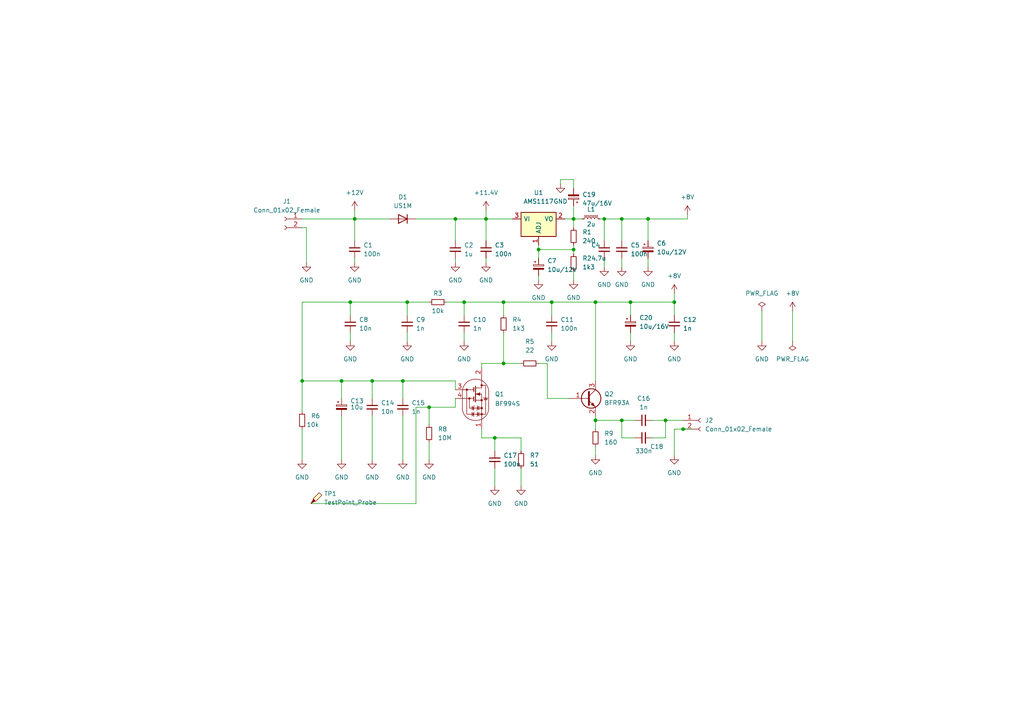
<source format=kicad_sch>
(kicad_sch
	(version 20250114)
	(generator "eeschema")
	(generator_version "9.0")
	(uuid "66a484f7-27f2-4749-a24a-79846ca5c3d6")
	(paper "A4")
	(lib_symbols
		(symbol "Connector:Conn_01x02_Female"
			(pin_names
				(offset 1.016)
				(hide yes)
			)
			(exclude_from_sim no)
			(in_bom yes)
			(on_board yes)
			(property "Reference" "J"
				(at 0 2.54 0)
				(effects
					(font
						(size 1.27 1.27)
					)
				)
			)
			(property "Value" "Conn_01x02_Female"
				(at 0 -5.08 0)
				(effects
					(font
						(size 1.27 1.27)
					)
				)
			)
			(property "Footprint" ""
				(at 0 0 0)
				(effects
					(font
						(size 1.27 1.27)
					)
					(hide yes)
				)
			)
			(property "Datasheet" "~"
				(at 0 0 0)
				(effects
					(font
						(size 1.27 1.27)
					)
					(hide yes)
				)
			)
			(property "Description" "Generic connector, single row, 01x02, script generated (kicad-library-utils/schlib/autogen/connector/)"
				(at 0 0 0)
				(effects
					(font
						(size 1.27 1.27)
					)
					(hide yes)
				)
			)
			(property "ki_keywords" "connector"
				(at 0 0 0)
				(effects
					(font
						(size 1.27 1.27)
					)
					(hide yes)
				)
			)
			(property "ki_fp_filters" "Connector*:*_1x??_*"
				(at 0 0 0)
				(effects
					(font
						(size 1.27 1.27)
					)
					(hide yes)
				)
			)
			(symbol "Conn_01x02_Female_1_1"
				(polyline
					(pts
						(xy -1.27 0) (xy -0.508 0)
					)
					(stroke
						(width 0.1524)
						(type default)
					)
					(fill
						(type none)
					)
				)
				(polyline
					(pts
						(xy -1.27 -2.54) (xy -0.508 -2.54)
					)
					(stroke
						(width 0.1524)
						(type default)
					)
					(fill
						(type none)
					)
				)
				(arc
					(start 0 -0.508)
					(mid -0.5058 0)
					(end 0 0.508)
					(stroke
						(width 0.1524)
						(type default)
					)
					(fill
						(type none)
					)
				)
				(arc
					(start 0 -3.048)
					(mid -0.5058 -2.54)
					(end 0 -2.032)
					(stroke
						(width 0.1524)
						(type default)
					)
					(fill
						(type none)
					)
				)
				(pin passive line
					(at -5.08 0 0)
					(length 3.81)
					(name "Pin_1"
						(effects
							(font
								(size 1.27 1.27)
							)
						)
					)
					(number "1"
						(effects
							(font
								(size 1.27 1.27)
							)
						)
					)
				)
				(pin passive line
					(at -5.08 -2.54 0)
					(length 3.81)
					(name "Pin_2"
						(effects
							(font
								(size 1.27 1.27)
							)
						)
					)
					(number "2"
						(effects
							(font
								(size 1.27 1.27)
							)
						)
					)
				)
			)
			(embedded_fonts no)
		)
		(symbol "Connector:TestPoint_Probe"
			(pin_numbers
				(hide yes)
			)
			(pin_names
				(offset 0.762)
				(hide yes)
			)
			(exclude_from_sim no)
			(in_bom yes)
			(on_board yes)
			(property "Reference" "TP"
				(at 1.651 5.842 0)
				(effects
					(font
						(size 1.27 1.27)
					)
				)
			)
			(property "Value" "TestPoint_Probe"
				(at 1.651 4.064 0)
				(effects
					(font
						(size 1.27 1.27)
					)
				)
			)
			(property "Footprint" ""
				(at 5.08 0 0)
				(effects
					(font
						(size 1.27 1.27)
					)
					(hide yes)
				)
			)
			(property "Datasheet" "~"
				(at 5.08 0 0)
				(effects
					(font
						(size 1.27 1.27)
					)
					(hide yes)
				)
			)
			(property "Description" "test point (alternative probe-style design)"
				(at 0 0 0)
				(effects
					(font
						(size 1.27 1.27)
					)
					(hide yes)
				)
			)
			(property "ki_keywords" "test point tp"
				(at 0 0 0)
				(effects
					(font
						(size 1.27 1.27)
					)
					(hide yes)
				)
			)
			(property "ki_fp_filters" "Pin* Test*"
				(at 0 0 0)
				(effects
					(font
						(size 1.27 1.27)
					)
					(hide yes)
				)
			)
			(symbol "TestPoint_Probe_0_1"
				(polyline
					(pts
						(xy 1.27 0.762) (xy 0 0) (xy 0.762 1.27) (xy 1.27 0.762)
					)
					(stroke
						(width 0)
						(type default)
					)
					(fill
						(type outline)
					)
				)
				(polyline
					(pts
						(xy 1.397 0.635) (xy 0.635 1.397) (xy 2.413 3.175) (xy 3.175 2.413) (xy 1.397 0.635)
					)
					(stroke
						(width 0)
						(type default)
					)
					(fill
						(type background)
					)
				)
			)
			(symbol "TestPoint_Probe_1_1"
				(pin passive line
					(at 0 0 90)
					(length 0)
					(name "1"
						(effects
							(font
								(size 1.27 1.27)
							)
						)
					)
					(number "1"
						(effects
							(font
								(size 1.27 1.27)
							)
						)
					)
				)
			)
			(embedded_fonts no)
		)
		(symbol "Device:C_Polarized_Small"
			(pin_numbers
				(hide yes)
			)
			(pin_names
				(offset 0.254)
				(hide yes)
			)
			(exclude_from_sim no)
			(in_bom yes)
			(on_board yes)
			(property "Reference" "C"
				(at 0.254 1.778 0)
				(effects
					(font
						(size 1.27 1.27)
					)
					(justify left)
				)
			)
			(property "Value" "C_Polarized_Small"
				(at 0.254 -2.032 0)
				(effects
					(font
						(size 1.27 1.27)
					)
					(justify left)
				)
			)
			(property "Footprint" ""
				(at 0 0 0)
				(effects
					(font
						(size 1.27 1.27)
					)
					(hide yes)
				)
			)
			(property "Datasheet" "~"
				(at 0 0 0)
				(effects
					(font
						(size 1.27 1.27)
					)
					(hide yes)
				)
			)
			(property "Description" "Polarized capacitor, small symbol"
				(at 0 0 0)
				(effects
					(font
						(size 1.27 1.27)
					)
					(hide yes)
				)
			)
			(property "ki_keywords" "cap capacitor"
				(at 0 0 0)
				(effects
					(font
						(size 1.27 1.27)
					)
					(hide yes)
				)
			)
			(property "ki_fp_filters" "CP_*"
				(at 0 0 0)
				(effects
					(font
						(size 1.27 1.27)
					)
					(hide yes)
				)
			)
			(symbol "C_Polarized_Small_0_1"
				(rectangle
					(start -1.524 0.6858)
					(end 1.524 0.3048)
					(stroke
						(width 0)
						(type default)
					)
					(fill
						(type none)
					)
				)
				(rectangle
					(start -1.524 -0.3048)
					(end 1.524 -0.6858)
					(stroke
						(width 0)
						(type default)
					)
					(fill
						(type outline)
					)
				)
				(polyline
					(pts
						(xy -1.27 1.524) (xy -0.762 1.524)
					)
					(stroke
						(width 0)
						(type default)
					)
					(fill
						(type none)
					)
				)
				(polyline
					(pts
						(xy -1.016 1.27) (xy -1.016 1.778)
					)
					(stroke
						(width 0)
						(type default)
					)
					(fill
						(type none)
					)
				)
			)
			(symbol "C_Polarized_Small_1_1"
				(pin passive line
					(at 0 2.54 270)
					(length 1.8542)
					(name "~"
						(effects
							(font
								(size 1.27 1.27)
							)
						)
					)
					(number "1"
						(effects
							(font
								(size 1.27 1.27)
							)
						)
					)
				)
				(pin passive line
					(at 0 -2.54 90)
					(length 1.8542)
					(name "~"
						(effects
							(font
								(size 1.27 1.27)
							)
						)
					)
					(number "2"
						(effects
							(font
								(size 1.27 1.27)
							)
						)
					)
				)
			)
			(embedded_fonts no)
		)
		(symbol "Device:C_Small"
			(pin_numbers
				(hide yes)
			)
			(pin_names
				(offset 0.254)
				(hide yes)
			)
			(exclude_from_sim no)
			(in_bom yes)
			(on_board yes)
			(property "Reference" "C"
				(at 0.254 1.778 0)
				(effects
					(font
						(size 1.27 1.27)
					)
					(justify left)
				)
			)
			(property "Value" "C_Small"
				(at 0.254 -2.032 0)
				(effects
					(font
						(size 1.27 1.27)
					)
					(justify left)
				)
			)
			(property "Footprint" ""
				(at 0 0 0)
				(effects
					(font
						(size 1.27 1.27)
					)
					(hide yes)
				)
			)
			(property "Datasheet" "~"
				(at 0 0 0)
				(effects
					(font
						(size 1.27 1.27)
					)
					(hide yes)
				)
			)
			(property "Description" "Unpolarized capacitor, small symbol"
				(at 0 0 0)
				(effects
					(font
						(size 1.27 1.27)
					)
					(hide yes)
				)
			)
			(property "ki_keywords" "capacitor cap"
				(at 0 0 0)
				(effects
					(font
						(size 1.27 1.27)
					)
					(hide yes)
				)
			)
			(property "ki_fp_filters" "C_*"
				(at 0 0 0)
				(effects
					(font
						(size 1.27 1.27)
					)
					(hide yes)
				)
			)
			(symbol "C_Small_0_1"
				(polyline
					(pts
						(xy -1.524 0.508) (xy 1.524 0.508)
					)
					(stroke
						(width 0.3048)
						(type default)
					)
					(fill
						(type none)
					)
				)
				(polyline
					(pts
						(xy -1.524 -0.508) (xy 1.524 -0.508)
					)
					(stroke
						(width 0.3302)
						(type default)
					)
					(fill
						(type none)
					)
				)
			)
			(symbol "C_Small_1_1"
				(pin passive line
					(at 0 2.54 270)
					(length 2.032)
					(name "~"
						(effects
							(font
								(size 1.27 1.27)
							)
						)
					)
					(number "1"
						(effects
							(font
								(size 1.27 1.27)
							)
						)
					)
				)
				(pin passive line
					(at 0 -2.54 90)
					(length 2.032)
					(name "~"
						(effects
							(font
								(size 1.27 1.27)
							)
						)
					)
					(number "2"
						(effects
							(font
								(size 1.27 1.27)
							)
						)
					)
				)
			)
			(embedded_fonts no)
		)
		(symbol "Device:L_Ferrite_Small"
			(pin_numbers
				(hide yes)
			)
			(pin_names
				(offset 0.254)
				(hide yes)
			)
			(exclude_from_sim no)
			(in_bom yes)
			(on_board yes)
			(property "Reference" "L"
				(at 1.27 1.016 0)
				(effects
					(font
						(size 1.27 1.27)
					)
					(justify left)
				)
			)
			(property "Value" "L_Ferrite_Small"
				(at 1.27 -1.27 0)
				(effects
					(font
						(size 1.27 1.27)
					)
					(justify left)
				)
			)
			(property "Footprint" ""
				(at 0 0 0)
				(effects
					(font
						(size 1.27 1.27)
					)
					(hide yes)
				)
			)
			(property "Datasheet" "~"
				(at 0 0 0)
				(effects
					(font
						(size 1.27 1.27)
					)
					(hide yes)
				)
			)
			(property "Description" "Inductor with ferrite core, small symbol"
				(at 0 0 0)
				(effects
					(font
						(size 1.27 1.27)
					)
					(hide yes)
				)
			)
			(property "ki_keywords" "inductor choke coil reactor magnetic"
				(at 0 0 0)
				(effects
					(font
						(size 1.27 1.27)
					)
					(hide yes)
				)
			)
			(property "ki_fp_filters" "Choke_* *Coil* Inductor_* L_*"
				(at 0 0 0)
				(effects
					(font
						(size 1.27 1.27)
					)
					(hide yes)
				)
			)
			(symbol "L_Ferrite_Small_0_1"
				(arc
					(start 0 2.032)
					(mid 0.5058 1.524)
					(end 0 1.016)
					(stroke
						(width 0)
						(type default)
					)
					(fill
						(type none)
					)
				)
				(arc
					(start 0 1.016)
					(mid 0.5058 0.508)
					(end 0 0)
					(stroke
						(width 0)
						(type default)
					)
					(fill
						(type none)
					)
				)
				(arc
					(start 0 0)
					(mid 0.5058 -0.508)
					(end 0 -1.016)
					(stroke
						(width 0)
						(type default)
					)
					(fill
						(type none)
					)
				)
				(arc
					(start 0 -1.016)
					(mid 0.5058 -1.524)
					(end 0 -2.032)
					(stroke
						(width 0)
						(type default)
					)
					(fill
						(type none)
					)
				)
				(polyline
					(pts
						(xy 0.762 1.651) (xy 0.762 1.905)
					)
					(stroke
						(width 0)
						(type default)
					)
					(fill
						(type none)
					)
				)
				(polyline
					(pts
						(xy 0.762 1.143) (xy 0.762 1.397)
					)
					(stroke
						(width 0)
						(type default)
					)
					(fill
						(type none)
					)
				)
				(polyline
					(pts
						(xy 0.762 0.635) (xy 0.762 0.889)
					)
					(stroke
						(width 0)
						(type default)
					)
					(fill
						(type none)
					)
				)
				(polyline
					(pts
						(xy 0.762 0.127) (xy 0.762 0.381)
					)
					(stroke
						(width 0)
						(type default)
					)
					(fill
						(type none)
					)
				)
				(polyline
					(pts
						(xy 0.762 -0.381) (xy 0.762 -0.127)
					)
					(stroke
						(width 0)
						(type default)
					)
					(fill
						(type none)
					)
				)
				(polyline
					(pts
						(xy 0.762 -0.889) (xy 0.762 -0.635)
					)
					(stroke
						(width 0)
						(type default)
					)
					(fill
						(type none)
					)
				)
				(polyline
					(pts
						(xy 0.762 -1.397) (xy 0.762 -1.143)
					)
					(stroke
						(width 0)
						(type default)
					)
					(fill
						(type none)
					)
				)
				(polyline
					(pts
						(xy 0.762 -1.905) (xy 0.762 -1.651)
					)
					(stroke
						(width 0)
						(type default)
					)
					(fill
						(type none)
					)
				)
				(polyline
					(pts
						(xy 1.016 1.905) (xy 1.016 1.651)
					)
					(stroke
						(width 0)
						(type default)
					)
					(fill
						(type none)
					)
				)
				(polyline
					(pts
						(xy 1.016 1.397) (xy 1.016 1.143)
					)
					(stroke
						(width 0)
						(type default)
					)
					(fill
						(type none)
					)
				)
				(polyline
					(pts
						(xy 1.016 0.889) (xy 1.016 0.635)
					)
					(stroke
						(width 0)
						(type default)
					)
					(fill
						(type none)
					)
				)
				(polyline
					(pts
						(xy 1.016 0.381) (xy 1.016 0.127)
					)
					(stroke
						(width 0)
						(type default)
					)
					(fill
						(type none)
					)
				)
				(polyline
					(pts
						(xy 1.016 -0.127) (xy 1.016 -0.381)
					)
					(stroke
						(width 0)
						(type default)
					)
					(fill
						(type none)
					)
				)
				(polyline
					(pts
						(xy 1.016 -0.635) (xy 1.016 -0.889)
					)
					(stroke
						(width 0)
						(type default)
					)
					(fill
						(type none)
					)
				)
				(polyline
					(pts
						(xy 1.016 -1.143) (xy 1.016 -1.397)
					)
					(stroke
						(width 0)
						(type default)
					)
					(fill
						(type none)
					)
				)
				(polyline
					(pts
						(xy 1.016 -1.651) (xy 1.016 -1.905)
					)
					(stroke
						(width 0)
						(type default)
					)
					(fill
						(type none)
					)
				)
			)
			(symbol "L_Ferrite_Small_1_1"
				(pin passive line
					(at 0 2.54 270)
					(length 0.508)
					(name "~"
						(effects
							(font
								(size 1.27 1.27)
							)
						)
					)
					(number "1"
						(effects
							(font
								(size 1.27 1.27)
							)
						)
					)
				)
				(pin passive line
					(at 0 -2.54 90)
					(length 0.508)
					(name "~"
						(effects
							(font
								(size 1.27 1.27)
							)
						)
					)
					(number "2"
						(effects
							(font
								(size 1.27 1.27)
							)
						)
					)
				)
			)
			(embedded_fonts no)
		)
		(symbol "Device:R_Small"
			(pin_numbers
				(hide yes)
			)
			(pin_names
				(offset 0.254)
				(hide yes)
			)
			(exclude_from_sim no)
			(in_bom yes)
			(on_board yes)
			(property "Reference" "R"
				(at 0.762 0.508 0)
				(effects
					(font
						(size 1.27 1.27)
					)
					(justify left)
				)
			)
			(property "Value" "R_Small"
				(at 0.762 -1.016 0)
				(effects
					(font
						(size 1.27 1.27)
					)
					(justify left)
				)
			)
			(property "Footprint" ""
				(at 0 0 0)
				(effects
					(font
						(size 1.27 1.27)
					)
					(hide yes)
				)
			)
			(property "Datasheet" "~"
				(at 0 0 0)
				(effects
					(font
						(size 1.27 1.27)
					)
					(hide yes)
				)
			)
			(property "Description" "Resistor, small symbol"
				(at 0 0 0)
				(effects
					(font
						(size 1.27 1.27)
					)
					(hide yes)
				)
			)
			(property "ki_keywords" "R resistor"
				(at 0 0 0)
				(effects
					(font
						(size 1.27 1.27)
					)
					(hide yes)
				)
			)
			(property "ki_fp_filters" "R_*"
				(at 0 0 0)
				(effects
					(font
						(size 1.27 1.27)
					)
					(hide yes)
				)
			)
			(symbol "R_Small_0_1"
				(rectangle
					(start -0.762 1.778)
					(end 0.762 -1.778)
					(stroke
						(width 0.2032)
						(type default)
					)
					(fill
						(type none)
					)
				)
			)
			(symbol "R_Small_1_1"
				(pin passive line
					(at 0 2.54 270)
					(length 0.762)
					(name "~"
						(effects
							(font
								(size 1.27 1.27)
							)
						)
					)
					(number "1"
						(effects
							(font
								(size 1.27 1.27)
							)
						)
					)
				)
				(pin passive line
					(at 0 -2.54 90)
					(length 0.762)
					(name "~"
						(effects
							(font
								(size 1.27 1.27)
							)
						)
					)
					(number "2"
						(effects
							(font
								(size 1.27 1.27)
							)
						)
					)
				)
			)
			(embedded_fonts no)
		)
		(symbol "Diode:US1M"
			(pin_numbers
				(hide yes)
			)
			(pin_names
				(offset 1.016)
				(hide yes)
			)
			(exclude_from_sim no)
			(in_bom yes)
			(on_board yes)
			(property "Reference" "D"
				(at 0 2.54 0)
				(effects
					(font
						(size 1.27 1.27)
					)
				)
			)
			(property "Value" "US1M"
				(at 0 -2.54 0)
				(effects
					(font
						(size 1.27 1.27)
					)
				)
			)
			(property "Footprint" "Diode_SMD:D_SMA"
				(at 0 -4.445 0)
				(effects
					(font
						(size 1.27 1.27)
					)
					(hide yes)
				)
			)
			(property "Datasheet" "https://www.diodes.com/assets/Datasheets/ds16008.pdf"
				(at 0 0 0)
				(effects
					(font
						(size 1.27 1.27)
					)
					(hide yes)
				)
			)
			(property "Description" "1000V, 1A, General Purpose Rectifier Diode, SMA(DO-214AC)"
				(at 0 0 0)
				(effects
					(font
						(size 1.27 1.27)
					)
					(hide yes)
				)
			)
			(property "ki_keywords" "Ultra Fast"
				(at 0 0 0)
				(effects
					(font
						(size 1.27 1.27)
					)
					(hide yes)
				)
			)
			(property "ki_fp_filters" "D*SMA*"
				(at 0 0 0)
				(effects
					(font
						(size 1.27 1.27)
					)
					(hide yes)
				)
			)
			(symbol "US1M_0_1"
				(polyline
					(pts
						(xy -1.27 1.27) (xy -1.27 -1.27)
					)
					(stroke
						(width 0.254)
						(type default)
					)
					(fill
						(type none)
					)
				)
				(polyline
					(pts
						(xy 1.27 1.27) (xy 1.27 -1.27) (xy -1.27 0) (xy 1.27 1.27)
					)
					(stroke
						(width 0.254)
						(type default)
					)
					(fill
						(type none)
					)
				)
				(polyline
					(pts
						(xy 1.27 0) (xy -1.27 0)
					)
					(stroke
						(width 0)
						(type default)
					)
					(fill
						(type none)
					)
				)
			)
			(symbol "US1M_1_1"
				(pin passive line
					(at -3.81 0 0)
					(length 2.54)
					(name "K"
						(effects
							(font
								(size 1.27 1.27)
							)
						)
					)
					(number "1"
						(effects
							(font
								(size 1.27 1.27)
							)
						)
					)
				)
				(pin passive line
					(at 3.81 0 180)
					(length 2.54)
					(name "A"
						(effects
							(font
								(size 1.27 1.27)
							)
						)
					)
					(number "2"
						(effects
							(font
								(size 1.27 1.27)
							)
						)
					)
				)
			)
			(embedded_fonts no)
		)
		(symbol "GND_1"
			(power)
			(pin_numbers
				(hide yes)
			)
			(pin_names
				(offset 0)
				(hide yes)
			)
			(exclude_from_sim no)
			(in_bom yes)
			(on_board yes)
			(property "Reference" "#PWR"
				(at 0 -6.35 0)
				(effects
					(font
						(size 1.27 1.27)
					)
					(hide yes)
				)
			)
			(property "Value" "GND"
				(at 0 -3.81 0)
				(effects
					(font
						(size 1.27 1.27)
					)
				)
			)
			(property "Footprint" ""
				(at 0 0 0)
				(effects
					(font
						(size 1.27 1.27)
					)
					(hide yes)
				)
			)
			(property "Datasheet" ""
				(at 0 0 0)
				(effects
					(font
						(size 1.27 1.27)
					)
					(hide yes)
				)
			)
			(property "Description" "Power symbol creates a global label with name \"GND\" , ground"
				(at 0 0 0)
				(effects
					(font
						(size 1.27 1.27)
					)
					(hide yes)
				)
			)
			(property "ki_keywords" "global power"
				(at 0 0 0)
				(effects
					(font
						(size 1.27 1.27)
					)
					(hide yes)
				)
			)
			(symbol "GND_1_0_1"
				(polyline
					(pts
						(xy 0 0) (xy 0 -1.27) (xy 1.27 -1.27) (xy 0 -2.54) (xy -1.27 -1.27) (xy 0 -1.27)
					)
					(stroke
						(width 0)
						(type default)
					)
					(fill
						(type none)
					)
				)
			)
			(symbol "GND_1_1_1"
				(pin power_in line
					(at 0 0 270)
					(length 0)
					(name "~"
						(effects
							(font
								(size 1.27 1.27)
							)
						)
					)
					(number "1"
						(effects
							(font
								(size 1.27 1.27)
							)
						)
					)
				)
			)
			(embedded_fonts no)
		)
		(symbol "Regulator_Linear:AMS1117"
			(pin_names
				(offset 0.762)
			)
			(exclude_from_sim no)
			(in_bom yes)
			(on_board yes)
			(property "Reference" "U"
				(at -3.81 3.175 0)
				(effects
					(font
						(size 1.27 1.27)
					)
				)
			)
			(property "Value" "AMS1117"
				(at 0 3.175 0)
				(effects
					(font
						(size 1.27 1.27)
					)
					(justify left)
				)
			)
			(property "Footprint" "Package_TO_SOT_SMD:SOT-223-3_TabPin2"
				(at 0 5.08 0)
				(effects
					(font
						(size 1.27 1.27)
					)
					(hide yes)
				)
			)
			(property "Datasheet" "http://www.advanced-monolithic.com/pdf/ds1117.pdf"
				(at 2.54 -6.35 0)
				(effects
					(font
						(size 1.27 1.27)
					)
					(hide yes)
				)
			)
			(property "Description" "1A Low Dropout regulator, positive, adjustable output, SOT-223"
				(at 0 0 0)
				(effects
					(font
						(size 1.27 1.27)
					)
					(hide yes)
				)
			)
			(property "ki_keywords" "linear regulator ldo adjustable positive"
				(at 0 0 0)
				(effects
					(font
						(size 1.27 1.27)
					)
					(hide yes)
				)
			)
			(property "ki_fp_filters" "SOT?223*TabPin2*"
				(at 0 0 0)
				(effects
					(font
						(size 1.27 1.27)
					)
					(hide yes)
				)
			)
			(symbol "AMS1117_0_1"
				(rectangle
					(start -5.08 -5.08)
					(end 5.08 1.905)
					(stroke
						(width 0.254)
						(type default)
					)
					(fill
						(type background)
					)
				)
			)
			(symbol "AMS1117_1_1"
				(pin power_in line
					(at -7.62 0 0)
					(length 2.54)
					(name "VI"
						(effects
							(font
								(size 1.27 1.27)
							)
						)
					)
					(number "3"
						(effects
							(font
								(size 1.27 1.27)
							)
						)
					)
				)
				(pin input line
					(at 0 -7.62 90)
					(length 2.54)
					(name "ADJ"
						(effects
							(font
								(size 1.27 1.27)
							)
						)
					)
					(number "1"
						(effects
							(font
								(size 1.27 1.27)
							)
						)
					)
				)
				(pin power_out line
					(at 7.62 0 180)
					(length 2.54)
					(name "VO"
						(effects
							(font
								(size 1.27 1.27)
							)
						)
					)
					(number "2"
						(effects
							(font
								(size 1.27 1.27)
							)
						)
					)
				)
			)
			(embedded_fonts no)
		)
		(symbol "Transistor_BJT:BFR92"
			(pin_names
				(offset 0)
				(hide yes)
			)
			(exclude_from_sim no)
			(in_bom yes)
			(on_board yes)
			(property "Reference" "Q"
				(at 5.08 1.905 0)
				(effects
					(font
						(size 1.27 1.27)
					)
					(justify left)
				)
			)
			(property "Value" "BFR92"
				(at 5.08 0 0)
				(effects
					(font
						(size 1.27 1.27)
					)
					(justify left)
				)
			)
			(property "Footprint" "Package_TO_SOT_SMD:SOT-323_SC-70"
				(at 5.08 -1.905 0)
				(effects
					(font
						(size 1.27 1.27)
						(italic yes)
					)
					(justify left)
					(hide yes)
				)
			)
			(property "Datasheet" "https://assets.nexperia.com/documents/data-sheet/BFR92A_N.pdf"
				(at 0 0 0)
				(effects
					(font
						(size 1.27 1.27)
					)
					(justify left)
					(hide yes)
				)
			)
			(property "Description" "0.025A Ic, 15V Vce, 5GHz Wideband NPN Transistor, SOT-323"
				(at 0 0 0)
				(effects
					(font
						(size 1.27 1.27)
					)
					(hide yes)
				)
			)
			(property "ki_keywords" "RF 5GHz NPN Transistor"
				(at 0 0 0)
				(effects
					(font
						(size 1.27 1.27)
					)
					(hide yes)
				)
			)
			(property "ki_fp_filters" "SOT?323*"
				(at 0 0 0)
				(effects
					(font
						(size 1.27 1.27)
					)
					(hide yes)
				)
			)
			(symbol "BFR92_0_1"
				(polyline
					(pts
						(xy 0 0) (xy 0.635 0)
					)
					(stroke
						(width 0)
						(type default)
					)
					(fill
						(type none)
					)
				)
				(polyline
					(pts
						(xy 0.635 1.905) (xy 0.635 0) (xy 0.635 -1.905) (xy 0.635 -1.905)
					)
					(stroke
						(width 0.508)
						(type default)
					)
					(fill
						(type none)
					)
				)
				(polyline
					(pts
						(xy 0.635 0.635) (xy 2.54 2.54)
					)
					(stroke
						(width 0)
						(type default)
					)
					(fill
						(type none)
					)
				)
				(circle
					(center 1.27 0)
					(radius 2.8194)
					(stroke
						(width 0.254)
						(type default)
					)
					(fill
						(type none)
					)
				)
				(polyline
					(pts
						(xy 2.286 -2.286) (xy 1.778 -1.27) (xy 1.27 -1.778) (xy 2.286 -2.286) (xy 2.286 -2.286)
					)
					(stroke
						(width 0)
						(type default)
					)
					(fill
						(type outline)
					)
				)
				(polyline
					(pts
						(xy 2.54 -2.54) (xy 0.635 -0.635)
					)
					(stroke
						(width 0)
						(type default)
					)
					(fill
						(type none)
					)
				)
			)
			(symbol "BFR92_1_1"
				(pin input line
					(at -5.08 0 0)
					(length 5.08)
					(name "B"
						(effects
							(font
								(size 1.27 1.27)
							)
						)
					)
					(number "1"
						(effects
							(font
								(size 1.27 1.27)
							)
						)
					)
				)
				(pin passive line
					(at 2.54 5.08 270)
					(length 2.54)
					(name "C"
						(effects
							(font
								(size 1.27 1.27)
							)
						)
					)
					(number "3"
						(effects
							(font
								(size 1.27 1.27)
							)
						)
					)
				)
				(pin passive line
					(at 2.54 -5.08 90)
					(length 2.54)
					(name "E"
						(effects
							(font
								(size 1.27 1.27)
							)
						)
					)
					(number "2"
						(effects
							(font
								(size 1.27 1.27)
							)
						)
					)
				)
			)
			(embedded_fonts no)
		)
		(symbol "Transistor_FET:BF994S"
			(pin_names
				(hide yes)
			)
			(exclude_from_sim no)
			(in_bom yes)
			(on_board yes)
			(property "Reference" "Q"
				(at 5.08 3.175 0)
				(effects
					(font
						(size 1.27 1.27)
					)
					(justify left)
				)
			)
			(property "Value" "BF994S"
				(at 5.207 1.27 0)
				(effects
					(font
						(size 1.27 1.27)
					)
					(justify left)
				)
			)
			(property "Footprint" "Package_TO_SOT_SMD:SOT-143"
				(at 5.207 -3.81 0)
				(effects
					(font
						(size 1.27 1.27)
						(italic yes)
					)
					(justify left)
					(hide yes)
				)
			)
			(property "Datasheet" "https://www.nxp.com/docs/en/data-sheet/BF994S.pdf"
				(at 5.207 -1.27 0)
				(effects
					(font
						(size 1.27 1.27)
					)
					(justify left)
					(hide yes)
				)
			)
			(property "Description" "VHF N-channel dual-gate MOS-FET, SOT-143"
				(at 0 0 0)
				(effects
					(font
						(size 1.27 1.27)
					)
					(hide yes)
				)
			)
			(property "ki_keywords" "N-Channel MOSFET"
				(at 0 0 0)
				(effects
					(font
						(size 1.27 1.27)
					)
					(hide yes)
				)
			)
			(property "ki_fp_filters" "SOT*143*"
				(at 0 0 0)
				(effects
					(font
						(size 1.27 1.27)
					)
					(hide yes)
				)
			)
			(symbol "BF994S_0_1"
				(circle
					(center -1.778 2.54)
					(radius 0.254)
					(stroke
						(width 0)
						(type default)
					)
					(fill
						(type outline)
					)
				)
				(circle
					(center -1.016 0)
					(radius 0.254)
					(stroke
						(width 0)
						(type default)
					)
					(fill
						(type outline)
					)
				)
				(polyline
					(pts
						(xy 0.254 3.175) (xy 0.254 2.032)
					)
					(stroke
						(width 0.254)
						(type default)
					)
					(fill
						(type none)
					)
				)
				(polyline
					(pts
						(xy 0.254 2.54) (xy -2.54 2.54)
					)
					(stroke
						(width 0)
						(type default)
					)
					(fill
						(type none)
					)
				)
				(polyline
					(pts
						(xy 0.254 0.508) (xy 0.254 -0.762)
					)
					(stroke
						(width 0.254)
						(type default)
					)
					(fill
						(type none)
					)
				)
				(polyline
					(pts
						(xy 0.254 0) (xy -2.54 0)
					)
					(stroke
						(width 0)
						(type default)
					)
					(fill
						(type none)
					)
				)
				(polyline
					(pts
						(xy 0.254 -2.286) (xy 0.254 -3.302)
					)
					(stroke
						(width 0)
						(type default)
					)
					(fill
						(type none)
					)
				)
				(polyline
					(pts
						(xy 0.254 -2.794) (xy -0.254 -2.286) (xy -0.254 -3.302) (xy 0.254 -2.794)
					)
					(stroke
						(width 0)
						(type default)
					)
					(fill
						(type none)
					)
				)
				(polyline
					(pts
						(xy 0.254 -3.302) (xy 0.127 -3.429)
					)
					(stroke
						(width 0)
						(type default)
					)
					(fill
						(type none)
					)
				)
				(polyline
					(pts
						(xy 0.254 -4.064) (xy 0.254 -5.08)
					)
					(stroke
						(width 0)
						(type default)
					)
					(fill
						(type none)
					)
				)
				(polyline
					(pts
						(xy 0.254 -4.572) (xy -0.254 -4.064) (xy -0.254 -5.08) (xy 0.254 -4.572)
					)
					(stroke
						(width 0)
						(type default)
					)
					(fill
						(type none)
					)
				)
				(polyline
					(pts
						(xy 0.254 -5.08) (xy 0.127 -5.207)
					)
					(stroke
						(width 0)
						(type default)
					)
					(fill
						(type none)
					)
				)
				(polyline
					(pts
						(xy 0.381 -2.159) (xy 0.254 -2.286)
					)
					(stroke
						(width 0)
						(type default)
					)
					(fill
						(type none)
					)
				)
				(polyline
					(pts
						(xy 0.381 -3.937) (xy 0.254 -4.064)
					)
					(stroke
						(width 0)
						(type default)
					)
					(fill
						(type none)
					)
				)
				(polyline
					(pts
						(xy 0.762 3.556) (xy 0.762 -1.016)
					)
					(stroke
						(width 0.254)
						(type default)
					)
					(fill
						(type none)
					)
				)
				(polyline
					(pts
						(xy 0.762 3.048) (xy 2.54 3.048)
					)
					(stroke
						(width 0)
						(type default)
					)
					(fill
						(type none)
					)
				)
				(polyline
					(pts
						(xy 0.762 -0.508) (xy 2.54 -0.508)
					)
					(stroke
						(width 0)
						(type default)
					)
					(fill
						(type none)
					)
				)
				(polyline
					(pts
						(xy 1.016 1.27) (xy 2.032 1.651) (xy 2.032 0.889) (xy 1.016 1.27)
					)
					(stroke
						(width 0)
						(type default)
					)
					(fill
						(type outline)
					)
				)
				(polyline
					(pts
						(xy 1.27 -2.286) (xy 1.27 -3.302)
					)
					(stroke
						(width 0)
						(type default)
					)
					(fill
						(type none)
					)
				)
				(polyline
					(pts
						(xy 1.27 -2.794) (xy 1.778 -2.286) (xy 1.778 -3.302) (xy 1.27 -2.794)
					)
					(stroke
						(width 0)
						(type default)
					)
					(fill
						(type none)
					)
				)
				(polyline
					(pts
						(xy 1.27 -3.302) (xy 1.143 -3.429)
					)
					(stroke
						(width 0)
						(type default)
					)
					(fill
						(type none)
					)
				)
				(polyline
					(pts
						(xy 1.27 -4.064) (xy 1.27 -5.08)
					)
					(stroke
						(width 0)
						(type default)
					)
					(fill
						(type none)
					)
				)
				(polyline
					(pts
						(xy 1.27 -4.572) (xy 1.778 -4.064) (xy 1.778 -5.08) (xy 1.27 -4.572)
					)
					(stroke
						(width 0)
						(type default)
					)
					(fill
						(type none)
					)
				)
				(polyline
					(pts
						(xy 1.27 -5.08) (xy 1.143 -5.207)
					)
					(stroke
						(width 0)
						(type default)
					)
					(fill
						(type none)
					)
				)
				(polyline
					(pts
						(xy 1.397 -2.159) (xy 1.27 -2.286)
					)
					(stroke
						(width 0)
						(type default)
					)
					(fill
						(type none)
					)
				)
				(polyline
					(pts
						(xy 1.397 -3.937) (xy 1.27 -4.064)
					)
					(stroke
						(width 0)
						(type default)
					)
					(fill
						(type none)
					)
				)
				(polyline
					(pts
						(xy 2.54 6.35) (xy 2.54 3.048)
					)
					(stroke
						(width 0)
						(type default)
					)
					(fill
						(type none)
					)
				)
				(circle
					(center 2.54 3.81)
					(radius 0.254)
					(stroke
						(width 0)
						(type default)
					)
					(fill
						(type outline)
					)
				)
				(circle
					(center 2.54 -0.508)
					(radius 0.254)
					(stroke
						(width 0)
						(type default)
					)
					(fill
						(type outline)
					)
				)
				(polyline
					(pts
						(xy 2.54 -2.794) (xy -1.016 -2.794) (xy -1.016 0)
					)
					(stroke
						(width 0)
						(type default)
					)
					(fill
						(type none)
					)
				)
				(circle
					(center 2.54 -2.794)
					(radius 0.254)
					(stroke
						(width 0)
						(type default)
					)
					(fill
						(type outline)
					)
				)
				(circle
					(center 2.54 -4.572)
					(radius 0.254)
					(stroke
						(width 0)
						(type default)
					)
					(fill
						(type outline)
					)
				)
				(polyline
					(pts
						(xy 2.54 -6.35) (xy 2.54 1.27) (xy 0.762 1.27)
					)
					(stroke
						(width 0)
						(type default)
					)
					(fill
						(type none)
					)
				)
				(polyline
					(pts
						(xy 2.794 -4.572) (xy 3.683 -4.572) (xy 3.683 3.81) (xy 2.794 3.81)
					)
					(stroke
						(width 0)
						(type default)
					)
					(fill
						(type none)
					)
				)
				(polyline
					(pts
						(xy 3.683 0.127) (xy 4.191 -0.381) (xy 3.175 -0.381) (xy 3.683 0.127)
					)
					(stroke
						(width 0)
						(type default)
					)
					(fill
						(type none)
					)
				)
				(polyline
					(pts
						(xy 4.191 0.127) (xy 4.318 0)
					)
					(stroke
						(width 0)
						(type default)
					)
					(fill
						(type none)
					)
				)
				(polyline
					(pts
						(xy 4.191 0.127) (xy 3.175 0.127) (xy 3.048 0.254)
					)
					(stroke
						(width 0)
						(type default)
					)
					(fill
						(type none)
					)
				)
			)
			(symbol "BF994S_1_1"
				(polyline
					(pts
						(xy -3.048 -3.048) (xy -3.048 2.032)
					)
					(stroke
						(width 0)
						(type default)
					)
					(fill
						(type none)
					)
				)
				(arc
					(start 0.762 -6.35)
					(mid -1.8266 -5.4878)
					(end -3.048 -3.048)
					(stroke
						(width 0)
						(type default)
					)
					(fill
						(type none)
					)
				)
				(arc
					(start -3.048 2.032)
					(mid -1.8782 4.5977)
					(end 0.762 5.588)
					(stroke
						(width 0)
						(type default)
					)
					(fill
						(type none)
					)
				)
				(arc
					(start 0.762 5.588)
					(mid 3.4031 4.5987)
					(end 4.572 2.032)
					(stroke
						(width 0)
						(type default)
					)
					(fill
						(type none)
					)
				)
				(arc
					(start 4.572 -3.048)
					(mid 3.3505 -5.4877)
					(end 0.762 -6.35)
					(stroke
						(width 0)
						(type default)
					)
					(fill
						(type none)
					)
				)
				(polyline
					(pts
						(xy 2.54 -4.572) (xy -1.778 -4.572) (xy -1.778 2.54)
					)
					(stroke
						(width 0)
						(type default)
					)
					(fill
						(type none)
					)
				)
				(polyline
					(pts
						(xy 4.572 2.032) (xy 4.572 -3.048)
					)
					(stroke
						(width 0)
						(type default)
					)
					(fill
						(type none)
					)
				)
				(pin input line
					(at -5.08 2.54 0)
					(length 2.54)
					(name "G2"
						(effects
							(font
								(size 1.27 1.27)
							)
						)
					)
					(number "3"
						(effects
							(font
								(size 1.27 1.27)
							)
						)
					)
				)
				(pin input line
					(at -5.08 0 0)
					(length 2.54)
					(name "G1"
						(effects
							(font
								(size 1.27 1.27)
							)
						)
					)
					(number "4"
						(effects
							(font
								(size 1.27 1.27)
							)
						)
					)
				)
				(pin passive line
					(at 2.54 8.89 270)
					(length 2.54)
					(name "D"
						(effects
							(font
								(size 1.27 1.27)
							)
						)
					)
					(number "2"
						(effects
							(font
								(size 1.27 1.27)
							)
						)
					)
				)
				(pin passive line
					(at 2.54 -8.89 90)
					(length 2.54)
					(name "S"
						(effects
							(font
								(size 1.27 1.27)
							)
						)
					)
					(number "1"
						(effects
							(font
								(size 1.27 1.27)
							)
						)
					)
				)
			)
			(embedded_fonts no)
		)
		(symbol "power:+10V"
			(power)
			(pin_names
				(offset 0)
			)
			(exclude_from_sim no)
			(in_bom yes)
			(on_board yes)
			(property "Reference" "#PWR"
				(at 0 -3.81 0)
				(effects
					(font
						(size 1.27 1.27)
					)
					(hide yes)
				)
			)
			(property "Value" "+10V"
				(at 0 3.556 0)
				(effects
					(font
						(size 1.27 1.27)
					)
				)
			)
			(property "Footprint" ""
				(at 0 0 0)
				(effects
					(font
						(size 1.27 1.27)
					)
					(hide yes)
				)
			)
			(property "Datasheet" ""
				(at 0 0 0)
				(effects
					(font
						(size 1.27 1.27)
					)
					(hide yes)
				)
			)
			(property "Description" "Power symbol creates a global label with name \"+10V\""
				(at 0 0 0)
				(effects
					(font
						(size 1.27 1.27)
					)
					(hide yes)
				)
			)
			(property "ki_keywords" "power-flag"
				(at 0 0 0)
				(effects
					(font
						(size 1.27 1.27)
					)
					(hide yes)
				)
			)
			(symbol "+10V_0_1"
				(polyline
					(pts
						(xy -0.762 1.27) (xy 0 2.54)
					)
					(stroke
						(width 0)
						(type default)
					)
					(fill
						(type none)
					)
				)
				(polyline
					(pts
						(xy 0 2.54) (xy 0.762 1.27)
					)
					(stroke
						(width 0)
						(type default)
					)
					(fill
						(type none)
					)
				)
				(polyline
					(pts
						(xy 0 0) (xy 0 2.54)
					)
					(stroke
						(width 0)
						(type default)
					)
					(fill
						(type none)
					)
				)
			)
			(symbol "+10V_1_1"
				(pin power_in line
					(at 0 0 90)
					(length 0)
					(hide yes)
					(name "+10V"
						(effects
							(font
								(size 1.27 1.27)
							)
						)
					)
					(number "1"
						(effects
							(font
								(size 1.27 1.27)
							)
						)
					)
				)
			)
			(embedded_fonts no)
		)
		(symbol "power:+12V"
			(power)
			(pin_names
				(offset 0)
			)
			(exclude_from_sim no)
			(in_bom yes)
			(on_board yes)
			(property "Reference" "#PWR"
				(at 0 -3.81 0)
				(effects
					(font
						(size 1.27 1.27)
					)
					(hide yes)
				)
			)
			(property "Value" "+12V"
				(at 0 3.556 0)
				(effects
					(font
						(size 1.27 1.27)
					)
				)
			)
			(property "Footprint" ""
				(at 0 0 0)
				(effects
					(font
						(size 1.27 1.27)
					)
					(hide yes)
				)
			)
			(property "Datasheet" ""
				(at 0 0 0)
				(effects
					(font
						(size 1.27 1.27)
					)
					(hide yes)
				)
			)
			(property "Description" "Power symbol creates a global label with name \"+12V\""
				(at 0 0 0)
				(effects
					(font
						(size 1.27 1.27)
					)
					(hide yes)
				)
			)
			(property "ki_keywords" "power-flag"
				(at 0 0 0)
				(effects
					(font
						(size 1.27 1.27)
					)
					(hide yes)
				)
			)
			(symbol "+12V_0_1"
				(polyline
					(pts
						(xy -0.762 1.27) (xy 0 2.54)
					)
					(stroke
						(width 0)
						(type default)
					)
					(fill
						(type none)
					)
				)
				(polyline
					(pts
						(xy 0 2.54) (xy 0.762 1.27)
					)
					(stroke
						(width 0)
						(type default)
					)
					(fill
						(type none)
					)
				)
				(polyline
					(pts
						(xy 0 0) (xy 0 2.54)
					)
					(stroke
						(width 0)
						(type default)
					)
					(fill
						(type none)
					)
				)
			)
			(symbol "+12V_1_1"
				(pin power_in line
					(at 0 0 90)
					(length 0)
					(hide yes)
					(name "+12V"
						(effects
							(font
								(size 1.27 1.27)
							)
						)
					)
					(number "1"
						(effects
							(font
								(size 1.27 1.27)
							)
						)
					)
				)
			)
			(embedded_fonts no)
		)
		(symbol "power:+8V"
			(power)
			(pin_names
				(offset 0)
			)
			(exclude_from_sim no)
			(in_bom yes)
			(on_board yes)
			(property "Reference" "#PWR"
				(at 0 -3.81 0)
				(effects
					(font
						(size 1.27 1.27)
					)
					(hide yes)
				)
			)
			(property "Value" "+8V"
				(at 0 3.556 0)
				(effects
					(font
						(size 1.27 1.27)
					)
				)
			)
			(property "Footprint" ""
				(at 0 0 0)
				(effects
					(font
						(size 1.27 1.27)
					)
					(hide yes)
				)
			)
			(property "Datasheet" ""
				(at 0 0 0)
				(effects
					(font
						(size 1.27 1.27)
					)
					(hide yes)
				)
			)
			(property "Description" "Power symbol creates a global label with name \"+8V\""
				(at 0 0 0)
				(effects
					(font
						(size 1.27 1.27)
					)
					(hide yes)
				)
			)
			(property "ki_keywords" "power-flag"
				(at 0 0 0)
				(effects
					(font
						(size 1.27 1.27)
					)
					(hide yes)
				)
			)
			(symbol "+8V_0_1"
				(polyline
					(pts
						(xy -0.762 1.27) (xy 0 2.54)
					)
					(stroke
						(width 0)
						(type default)
					)
					(fill
						(type none)
					)
				)
				(polyline
					(pts
						(xy 0 2.54) (xy 0.762 1.27)
					)
					(stroke
						(width 0)
						(type default)
					)
					(fill
						(type none)
					)
				)
				(polyline
					(pts
						(xy 0 0) (xy 0 2.54)
					)
					(stroke
						(width 0)
						(type default)
					)
					(fill
						(type none)
					)
				)
			)
			(symbol "+8V_1_1"
				(pin power_in line
					(at 0 0 90)
					(length 0)
					(hide yes)
					(name "+8V"
						(effects
							(font
								(size 1.27 1.27)
							)
						)
					)
					(number "1"
						(effects
							(font
								(size 1.27 1.27)
							)
						)
					)
				)
			)
			(embedded_fonts no)
		)
		(symbol "power:GND"
			(power)
			(pin_names
				(offset 0)
			)
			(exclude_from_sim no)
			(in_bom yes)
			(on_board yes)
			(property "Reference" "#PWR"
				(at 0 -6.35 0)
				(effects
					(font
						(size 1.27 1.27)
					)
					(hide yes)
				)
			)
			(property "Value" "GND"
				(at 0 -3.81 0)
				(effects
					(font
						(size 1.27 1.27)
					)
				)
			)
			(property "Footprint" ""
				(at 0 0 0)
				(effects
					(font
						(size 1.27 1.27)
					)
					(hide yes)
				)
			)
			(property "Datasheet" ""
				(at 0 0 0)
				(effects
					(font
						(size 1.27 1.27)
					)
					(hide yes)
				)
			)
			(property "Description" "Power symbol creates a global label with name \"GND\" , ground"
				(at 0 0 0)
				(effects
					(font
						(size 1.27 1.27)
					)
					(hide yes)
				)
			)
			(property "ki_keywords" "power-flag"
				(at 0 0 0)
				(effects
					(font
						(size 1.27 1.27)
					)
					(hide yes)
				)
			)
			(symbol "GND_0_1"
				(polyline
					(pts
						(xy 0 0) (xy 0 -1.27) (xy 1.27 -1.27) (xy 0 -2.54) (xy -1.27 -1.27) (xy 0 -1.27)
					)
					(stroke
						(width 0)
						(type default)
					)
					(fill
						(type none)
					)
				)
			)
			(symbol "GND_1_1"
				(pin power_in line
					(at 0 0 270)
					(length 0)
					(hide yes)
					(name "GND"
						(effects
							(font
								(size 1.27 1.27)
							)
						)
					)
					(number "1"
						(effects
							(font
								(size 1.27 1.27)
							)
						)
					)
				)
			)
			(embedded_fonts no)
		)
		(symbol "power:PWR_FLAG"
			(power)
			(pin_numbers
				(hide yes)
			)
			(pin_names
				(offset 0)
				(hide yes)
			)
			(exclude_from_sim no)
			(in_bom yes)
			(on_board yes)
			(property "Reference" "#FLG"
				(at 0 1.905 0)
				(effects
					(font
						(size 1.27 1.27)
					)
					(hide yes)
				)
			)
			(property "Value" "PWR_FLAG"
				(at 0 3.81 0)
				(effects
					(font
						(size 1.27 1.27)
					)
				)
			)
			(property "Footprint" ""
				(at 0 0 0)
				(effects
					(font
						(size 1.27 1.27)
					)
					(hide yes)
				)
			)
			(property "Datasheet" "~"
				(at 0 0 0)
				(effects
					(font
						(size 1.27 1.27)
					)
					(hide yes)
				)
			)
			(property "Description" "Special symbol for telling ERC where power comes from"
				(at 0 0 0)
				(effects
					(font
						(size 1.27 1.27)
					)
					(hide yes)
				)
			)
			(property "ki_keywords" "power-flag"
				(at 0 0 0)
				(effects
					(font
						(size 1.27 1.27)
					)
					(hide yes)
				)
			)
			(symbol "PWR_FLAG_0_0"
				(pin power_out line
					(at 0 0 90)
					(length 0)
					(name "pwr"
						(effects
							(font
								(size 1.27 1.27)
							)
						)
					)
					(number "1"
						(effects
							(font
								(size 1.27 1.27)
							)
						)
					)
				)
			)
			(symbol "PWR_FLAG_0_1"
				(polyline
					(pts
						(xy 0 0) (xy 0 1.27) (xy -1.016 1.905) (xy 0 2.54) (xy 1.016 1.905) (xy 0 1.27)
					)
					(stroke
						(width 0)
						(type default)
					)
					(fill
						(type none)
					)
				)
			)
			(embedded_fonts no)
		)
	)
	(junction
		(at 102.87 63.5)
		(diameter 0)
		(color 0 0 0 0)
		(uuid "05ec5b21-6101-44ce-87c8-219a51fd6bc8")
	)
	(junction
		(at 180.34 121.92)
		(diameter 0)
		(color 0 0 0 0)
		(uuid "15c6f2de-d0db-45d4-9380-54dd0a24bf27")
	)
	(junction
		(at 99.06 110.49)
		(diameter 0)
		(color 0 0 0 0)
		(uuid "1be3e9c9-a6fe-4efb-94f2-57b8294abaf9")
	)
	(junction
		(at 198.12 124.46)
		(diameter 0)
		(color 0 0 0 0)
		(uuid "2d21bd57-6885-420c-bd71-74abec1bee3c")
	)
	(junction
		(at 166.37 63.5)
		(diameter 0)
		(color 0 0 0 0)
		(uuid "2f8a13aa-9d02-4c28-b063-df3306db69a0")
	)
	(junction
		(at 172.72 87.63)
		(diameter 0)
		(color 0 0 0 0)
		(uuid "3845d165-a548-470e-870d-45241164ffd4")
	)
	(junction
		(at 180.34 63.5)
		(diameter 0)
		(color 0 0 0 0)
		(uuid "46bd9946-62c2-41d0-88ca-d05d810be0c3")
	)
	(junction
		(at 132.08 63.5)
		(diameter 0)
		(color 0 0 0 0)
		(uuid "4ab85cb6-d56f-4548-926a-3d88e6c0196c")
	)
	(junction
		(at 87.63 110.49)
		(diameter 0)
		(color 0 0 0 0)
		(uuid "4e72fa39-7c37-4e83-9db1-485669d944fd")
	)
	(junction
		(at 187.96 63.5)
		(diameter 0)
		(color 0 0 0 0)
		(uuid "53b9d5b6-1350-41fc-ac64-19a7dff1b375")
	)
	(junction
		(at 101.6 87.63)
		(diameter 0)
		(color 0 0 0 0)
		(uuid "5a16959a-b4e2-4dd2-9d84-7ea8f0f20922")
	)
	(junction
		(at 118.11 87.63)
		(diameter 0)
		(color 0 0 0 0)
		(uuid "5c84ed55-b771-41d5-8512-06160b46c282")
	)
	(junction
		(at 116.84 110.49)
		(diameter 0)
		(color 0 0 0 0)
		(uuid "68c26ab7-7ae1-4399-b3bb-e2124c9277ef")
	)
	(junction
		(at 175.26 63.5)
		(diameter 0)
		(color 0 0 0 0)
		(uuid "6e43a240-6927-477c-8c8a-5c802523cdab")
	)
	(junction
		(at 107.95 110.49)
		(diameter 0)
		(color 0 0 0 0)
		(uuid "7d1789e4-492b-4c41-8453-4ca69f4bddca")
	)
	(junction
		(at 124.46 118.11)
		(diameter 0)
		(color 0 0 0 0)
		(uuid "7d9aa100-be2c-490d-9e25-036fad512d17")
	)
	(junction
		(at 134.62 87.63)
		(diameter 0)
		(color 0 0 0 0)
		(uuid "809067c3-641a-4f4f-bb17-487accb3e097")
	)
	(junction
		(at 182.88 87.63)
		(diameter 0)
		(color 0 0 0 0)
		(uuid "908da889-a622-4944-8180-a538ced94830")
	)
	(junction
		(at 156.21 72.39)
		(diameter 0)
		(color 0 0 0 0)
		(uuid "97b4d723-c834-4034-b801-44db31f375f8")
	)
	(junction
		(at 160.02 87.63)
		(diameter 0)
		(color 0 0 0 0)
		(uuid "adfa8dda-5536-403b-88dd-1ef76f82d440")
	)
	(junction
		(at 140.97 63.5)
		(diameter 0)
		(color 0 0 0 0)
		(uuid "b0c74c31-b0a4-4ea2-a5e2-8e43cceb1bd9")
	)
	(junction
		(at 166.37 72.39)
		(diameter 0)
		(color 0 0 0 0)
		(uuid "cd2c77ab-9462-462b-b4f5-5d6f0b73ab63")
	)
	(junction
		(at 146.05 105.41)
		(diameter 0)
		(color 0 0 0 0)
		(uuid "dfa4bf10-0390-4d7b-bc85-16b6d01742fa")
	)
	(junction
		(at 146.05 87.63)
		(diameter 0)
		(color 0 0 0 0)
		(uuid "eef9a4d4-1858-4010-b7b7-92ef78d1a6fc")
	)
	(junction
		(at 172.72 121.92)
		(diameter 0)
		(color 0 0 0 0)
		(uuid "f867a0fe-2d24-45b7-bc7c-62ab016e2b62")
	)
	(junction
		(at 195.58 87.63)
		(diameter 0)
		(color 0 0 0 0)
		(uuid "fad0fcb9-05a9-40fe-997f-7ac24e3bb1f2")
	)
	(junction
		(at 193.04 121.92)
		(diameter 0)
		(color 0 0 0 0)
		(uuid "fee6b72f-ea53-4795-ab72-7df8325c1f9f")
	)
	(junction
		(at 143.51 127)
		(diameter 0)
		(color 0 0 0 0)
		(uuid "feeed295-cd62-404f-a260-26155ca9cfca")
	)
	(wire
		(pts
			(xy 102.87 60.96) (xy 102.87 63.5)
		)
		(stroke
			(width 0)
			(type default)
		)
		(uuid "0060a660-9a57-4514-b911-44c68db3036b")
	)
	(wire
		(pts
			(xy 180.34 63.5) (xy 180.34 69.85)
		)
		(stroke
			(width 0)
			(type default)
		)
		(uuid "09617075-aa88-4be5-b241-9cbdd9da5ad1")
	)
	(wire
		(pts
			(xy 160.02 96.52) (xy 160.02 99.06)
		)
		(stroke
			(width 0)
			(type default)
		)
		(uuid "0e383462-3094-4f19-a5a0-d5b49e6b675a")
	)
	(wire
		(pts
			(xy 134.62 87.63) (xy 146.05 87.63)
		)
		(stroke
			(width 0)
			(type default)
		)
		(uuid "11996edb-b67a-401d-811f-2cc6b19df89a")
	)
	(wire
		(pts
			(xy 166.37 72.39) (xy 166.37 73.66)
		)
		(stroke
			(width 0)
			(type default)
		)
		(uuid "13f0ad19-bb80-4e5e-8688-94516a59a3d9")
	)
	(wire
		(pts
			(xy 124.46 118.11) (xy 132.08 118.11)
		)
		(stroke
			(width 0)
			(type default)
		)
		(uuid "14c8afc9-a3bf-4007-8997-4bf466002d45")
	)
	(wire
		(pts
			(xy 118.11 96.52) (xy 118.11 99.06)
		)
		(stroke
			(width 0)
			(type default)
		)
		(uuid "152b098a-02e0-4601-820b-e26e07a9ddb4")
	)
	(wire
		(pts
			(xy 120.65 118.11) (xy 124.46 118.11)
		)
		(stroke
			(width 0)
			(type default)
		)
		(uuid "1545fc80-dea5-4981-8a0c-bf86486d275b")
	)
	(wire
		(pts
			(xy 199.39 62.23) (xy 199.39 63.5)
		)
		(stroke
			(width 0)
			(type default)
		)
		(uuid "16722c21-cdeb-48e3-bc18-81e9fc64a01f")
	)
	(wire
		(pts
			(xy 107.95 110.49) (xy 107.95 115.57)
		)
		(stroke
			(width 0)
			(type default)
		)
		(uuid "1c6a02f6-6bfd-41d6-baff-c326b7604e44")
	)
	(wire
		(pts
			(xy 102.87 63.5) (xy 113.03 63.5)
		)
		(stroke
			(width 0)
			(type default)
		)
		(uuid "1cf7568d-1dbe-40a1-a45f-3de12b13e1a8")
	)
	(wire
		(pts
			(xy 156.21 71.12) (xy 156.21 72.39)
		)
		(stroke
			(width 0)
			(type default)
		)
		(uuid "21d6da56-d422-4235-880f-b0eec16d53c0")
	)
	(wire
		(pts
			(xy 132.08 63.5) (xy 132.08 69.85)
		)
		(stroke
			(width 0)
			(type default)
		)
		(uuid "228b54d5-dbde-462a-8269-1a480b514d00")
	)
	(wire
		(pts
			(xy 172.72 87.63) (xy 172.72 110.49)
		)
		(stroke
			(width 0)
			(type default)
		)
		(uuid "26ea8068-fd4f-4395-ab71-0f83a3ad185e")
	)
	(wire
		(pts
			(xy 166.37 78.74) (xy 166.37 81.28)
		)
		(stroke
			(width 0)
			(type default)
		)
		(uuid "2766f0c7-3a47-430b-80bd-845f95763dd6")
	)
	(wire
		(pts
			(xy 120.65 63.5) (xy 132.08 63.5)
		)
		(stroke
			(width 0)
			(type default)
		)
		(uuid "28fa0c86-ce9c-4f38-8462-0ef074e67e24")
	)
	(wire
		(pts
			(xy 187.96 63.5) (xy 187.96 69.85)
		)
		(stroke
			(width 0)
			(type default)
		)
		(uuid "293fe06a-be28-4873-846d-db3ac762c74c")
	)
	(wire
		(pts
			(xy 101.6 87.63) (xy 118.11 87.63)
		)
		(stroke
			(width 0)
			(type default)
		)
		(uuid "29dee133-e9dc-4c22-b986-46f24ebb1199")
	)
	(wire
		(pts
			(xy 99.06 110.49) (xy 87.63 110.49)
		)
		(stroke
			(width 0)
			(type default)
		)
		(uuid "2add5766-c404-4b08-a9c9-73914e336232")
	)
	(wire
		(pts
			(xy 158.75 115.57) (xy 165.1 115.57)
		)
		(stroke
			(width 0)
			(type default)
		)
		(uuid "31765fe3-5fcf-4a48-86e8-a820863146d1")
	)
	(wire
		(pts
			(xy 172.72 129.54) (xy 172.72 132.08)
		)
		(stroke
			(width 0)
			(type default)
		)
		(uuid "325e15c2-2be8-490c-8a88-295bc738a13a")
	)
	(wire
		(pts
			(xy 116.84 120.65) (xy 116.84 133.35)
		)
		(stroke
			(width 0)
			(type default)
		)
		(uuid "32d4864a-6703-49c0-8068-eda26d2192f8")
	)
	(wire
		(pts
			(xy 180.34 74.93) (xy 180.34 77.47)
		)
		(stroke
			(width 0)
			(type default)
		)
		(uuid "32dec968-1b42-4267-9a16-e50003e5e550")
	)
	(wire
		(pts
			(xy 132.08 63.5) (xy 140.97 63.5)
		)
		(stroke
			(width 0)
			(type default)
		)
		(uuid "33630a88-f8dc-4076-a5bf-df9f89603289")
	)
	(wire
		(pts
			(xy 175.26 63.5) (xy 175.26 69.85)
		)
		(stroke
			(width 0)
			(type default)
		)
		(uuid "37d441de-2b8c-474f-be48-9188ad08386c")
	)
	(wire
		(pts
			(xy 200.66 124.46) (xy 198.12 124.46)
		)
		(stroke
			(width 0)
			(type default)
		)
		(uuid "37e64ecb-f0bc-4d43-973c-0a7f1abc74ac")
	)
	(wire
		(pts
			(xy 166.37 63.5) (xy 166.37 66.04)
		)
		(stroke
			(width 0)
			(type default)
		)
		(uuid "39300f7e-09f6-45a3-8ed1-7147da17e009")
	)
	(wire
		(pts
			(xy 182.88 87.63) (xy 195.58 87.63)
		)
		(stroke
			(width 0)
			(type default)
		)
		(uuid "3b07a808-c9d1-48d7-93b7-03b991349be3")
	)
	(wire
		(pts
			(xy 107.95 110.49) (xy 99.06 110.49)
		)
		(stroke
			(width 0)
			(type default)
		)
		(uuid "3e8823e9-b7fb-4b8b-86d1-89799d783ea2")
	)
	(wire
		(pts
			(xy 172.72 87.63) (xy 182.88 87.63)
		)
		(stroke
			(width 0)
			(type default)
		)
		(uuid "3fc1fd1f-74e0-4bea-a7eb-d9f6264dc5b7")
	)
	(wire
		(pts
			(xy 87.63 119.38) (xy 87.63 110.49)
		)
		(stroke
			(width 0)
			(type default)
		)
		(uuid "41c1746e-5c6b-4e72-b3cb-bf98028209d2")
	)
	(wire
		(pts
			(xy 166.37 63.5) (xy 168.91 63.5)
		)
		(stroke
			(width 0)
			(type default)
		)
		(uuid "422bc40c-6899-40e3-a8c0-61c8ad8c8109")
	)
	(wire
		(pts
			(xy 166.37 59.69) (xy 166.37 63.5)
		)
		(stroke
			(width 0)
			(type default)
		)
		(uuid "451bf1fb-a1ce-40de-a7dd-5d27c9d20331")
	)
	(wire
		(pts
			(xy 160.02 87.63) (xy 160.02 91.44)
		)
		(stroke
			(width 0)
			(type default)
		)
		(uuid "469d1f3b-ff5e-4c33-88a9-44cdf6819ee6")
	)
	(wire
		(pts
			(xy 180.34 63.5) (xy 187.96 63.5)
		)
		(stroke
			(width 0)
			(type default)
		)
		(uuid "479f2235-b141-4bd8-a918-76f6cb821793")
	)
	(wire
		(pts
			(xy 134.62 87.63) (xy 134.62 91.44)
		)
		(stroke
			(width 0)
			(type default)
		)
		(uuid "494f1e23-eacd-4ce3-878e-a47d9a14006f")
	)
	(wire
		(pts
			(xy 156.21 72.39) (xy 156.21 74.93)
		)
		(stroke
			(width 0)
			(type default)
		)
		(uuid "50871aec-a5e3-4c8a-a260-80fab2ded826")
	)
	(wire
		(pts
			(xy 156.21 105.41) (xy 158.75 105.41)
		)
		(stroke
			(width 0)
			(type default)
		)
		(uuid "51b272ee-c445-4e21-bf48-461e5629b087")
	)
	(wire
		(pts
			(xy 156.21 80.01) (xy 156.21 81.28)
		)
		(stroke
			(width 0)
			(type default)
		)
		(uuid "54f10a28-15e3-4c86-9847-ad51f4cbcb63")
	)
	(wire
		(pts
			(xy 120.65 146.05) (xy 120.65 118.11)
		)
		(stroke
			(width 0)
			(type default)
		)
		(uuid "557a5e55-75b2-4cab-8ff8-0e0f703d373a")
	)
	(wire
		(pts
			(xy 107.95 120.65) (xy 107.95 133.35)
		)
		(stroke
			(width 0)
			(type default)
		)
		(uuid "56ebf307-5556-4198-9516-9df47f5973cf")
	)
	(wire
		(pts
			(xy 140.97 74.93) (xy 140.97 76.2)
		)
		(stroke
			(width 0)
			(type default)
		)
		(uuid "58be18be-e21f-432c-afd0-e6c9fa6352f2")
	)
	(wire
		(pts
			(xy 195.58 87.63) (xy 195.58 91.44)
		)
		(stroke
			(width 0)
			(type default)
		)
		(uuid "5aae88e4-0eec-4831-93a2-65a4864616c1")
	)
	(wire
		(pts
			(xy 189.23 121.92) (xy 193.04 121.92)
		)
		(stroke
			(width 0)
			(type default)
		)
		(uuid "5bcfdc55-cdf7-42d8-a3ae-0f78a56b424d")
	)
	(wire
		(pts
			(xy 151.13 127) (xy 151.13 130.81)
		)
		(stroke
			(width 0)
			(type default)
		)
		(uuid "5ca827ec-8645-4114-90a4-e66d021da71d")
	)
	(wire
		(pts
			(xy 132.08 74.93) (xy 132.08 76.2)
		)
		(stroke
			(width 0)
			(type default)
		)
		(uuid "61cd2e3b-64ca-4043-9904-436b05f8f94d")
	)
	(wire
		(pts
			(xy 172.72 121.92) (xy 172.72 124.46)
		)
		(stroke
			(width 0)
			(type default)
		)
		(uuid "643a496c-f1e9-4f87-b85a-f0da66dbff9f")
	)
	(wire
		(pts
			(xy 187.96 63.5) (xy 199.39 63.5)
		)
		(stroke
			(width 0)
			(type default)
		)
		(uuid "66fbe2c8-a7c5-4849-ac62-89b5c7dec55f")
	)
	(wire
		(pts
			(xy 166.37 52.07) (xy 166.37 54.61)
		)
		(stroke
			(width 0)
			(type default)
		)
		(uuid "6cab5513-93af-4550-9d1b-b38daa580c0e")
	)
	(wire
		(pts
			(xy 143.51 135.89) (xy 143.51 140.97)
		)
		(stroke
			(width 0)
			(type default)
		)
		(uuid "6dd3ead3-989d-4c30-ba25-8805c284d53f")
	)
	(wire
		(pts
			(xy 187.96 74.93) (xy 187.96 77.47)
		)
		(stroke
			(width 0)
			(type default)
		)
		(uuid "6fa097e0-e1a2-4483-beaa-a9811ff6f900")
	)
	(wire
		(pts
			(xy 88.9 66.04) (xy 88.9 76.2)
		)
		(stroke
			(width 0)
			(type default)
		)
		(uuid "7186803e-0eeb-403c-a5c7-0532ffc3a55c")
	)
	(wire
		(pts
			(xy 180.34 127) (xy 180.34 121.92)
		)
		(stroke
			(width 0)
			(type default)
		)
		(uuid "7393c6b3-2c55-405d-8507-ee2882b4e735")
	)
	(wire
		(pts
			(xy 220.98 90.17) (xy 220.98 99.06)
		)
		(stroke
			(width 0)
			(type default)
		)
		(uuid "755e15c6-5740-410a-ae70-6332736318aa")
	)
	(wire
		(pts
			(xy 140.97 60.96) (xy 140.97 63.5)
		)
		(stroke
			(width 0)
			(type default)
		)
		(uuid "76240558-5c74-43a4-a99a-9742cfc34d5e")
	)
	(wire
		(pts
			(xy 193.04 121.92) (xy 198.12 121.92)
		)
		(stroke
			(width 0)
			(type default)
		)
		(uuid "7a7c54a9-a9d6-4706-9923-6f6e6e7594ed")
	)
	(wire
		(pts
			(xy 116.84 110.49) (xy 116.84 115.57)
		)
		(stroke
			(width 0)
			(type default)
		)
		(uuid "7d17c2e6-bfc1-4a89-9e80-a5a261e48edf")
	)
	(wire
		(pts
			(xy 87.63 66.04) (xy 88.9 66.04)
		)
		(stroke
			(width 0)
			(type default)
		)
		(uuid "7eab4abe-f04a-4610-a57a-c0998327b636")
	)
	(wire
		(pts
			(xy 132.08 110.49) (xy 132.08 113.03)
		)
		(stroke
			(width 0)
			(type default)
		)
		(uuid "7f8bf595-7999-4203-8432-8957cf38c70d")
	)
	(wire
		(pts
			(xy 134.62 96.52) (xy 134.62 99.06)
		)
		(stroke
			(width 0)
			(type default)
		)
		(uuid "7fca6699-8e31-4fc0-84ae-09f14a83e3bd")
	)
	(wire
		(pts
			(xy 175.26 63.5) (xy 180.34 63.5)
		)
		(stroke
			(width 0)
			(type default)
		)
		(uuid "8aecf725-176f-4ad5-bc14-59c722322249")
	)
	(wire
		(pts
			(xy 139.7 105.41) (xy 139.7 106.68)
		)
		(stroke
			(width 0)
			(type default)
		)
		(uuid "9003cad0-62d6-4f13-9411-c5b9b03009af")
	)
	(wire
		(pts
			(xy 146.05 105.41) (xy 151.13 105.41)
		)
		(stroke
			(width 0)
			(type default)
		)
		(uuid "920173b7-40a6-4d9d-b53c-3c2438dbb946")
	)
	(wire
		(pts
			(xy 99.06 110.49) (xy 99.06 115.57)
		)
		(stroke
			(width 0)
			(type default)
		)
		(uuid "932d26f1-8bfc-4295-8bfc-26c245cacb11")
	)
	(wire
		(pts
			(xy 101.6 96.52) (xy 101.6 99.06)
		)
		(stroke
			(width 0)
			(type default)
		)
		(uuid "9347e3a6-b13d-464b-a346-b54370f7d272")
	)
	(wire
		(pts
			(xy 118.11 87.63) (xy 118.11 91.44)
		)
		(stroke
			(width 0)
			(type default)
		)
		(uuid "98902505-4b02-473e-b3a9-68d849bda4c0")
	)
	(wire
		(pts
			(xy 139.7 124.46) (xy 139.7 127)
		)
		(stroke
			(width 0)
			(type default)
		)
		(uuid "98be2e0c-aac5-4735-90d8-82edd8cf0ae8")
	)
	(wire
		(pts
			(xy 87.63 110.49) (xy 87.63 87.63)
		)
		(stroke
			(width 0)
			(type default)
		)
		(uuid "9acfff48-9cf4-4438-8a18-86de6a36f5c7")
	)
	(wire
		(pts
			(xy 146.05 87.63) (xy 146.05 91.44)
		)
		(stroke
			(width 0)
			(type default)
		)
		(uuid "9c259fdb-8a1c-4c53-98d6-14e8af3e5bef")
	)
	(wire
		(pts
			(xy 163.83 63.5) (xy 166.37 63.5)
		)
		(stroke
			(width 0)
			(type default)
		)
		(uuid "9e37e1d7-2ed5-4e70-bfc1-1c87abc0248e")
	)
	(wire
		(pts
			(xy 162.56 53.34) (xy 162.56 52.07)
		)
		(stroke
			(width 0)
			(type default)
		)
		(uuid "a00996ac-ba4e-43a9-9792-6bb623318870")
	)
	(wire
		(pts
			(xy 124.46 118.11) (xy 124.46 123.19)
		)
		(stroke
			(width 0)
			(type default)
		)
		(uuid "a17bda30-84d0-47f0-9369-ca6bf81133c3")
	)
	(wire
		(pts
			(xy 175.26 74.93) (xy 175.26 77.47)
		)
		(stroke
			(width 0)
			(type default)
		)
		(uuid "a29249e6-8239-472f-9b9a-6be18f721cbe")
	)
	(wire
		(pts
			(xy 143.51 127) (xy 143.51 130.81)
		)
		(stroke
			(width 0)
			(type default)
		)
		(uuid "a4c588bd-981d-4343-a806-29524e1a25e0")
	)
	(wire
		(pts
			(xy 195.58 124.46) (xy 195.58 132.08)
		)
		(stroke
			(width 0)
			(type default)
		)
		(uuid "a61f4eda-78c6-4a91-adee-18b5f659e055")
	)
	(wire
		(pts
			(xy 180.34 121.92) (xy 184.15 121.92)
		)
		(stroke
			(width 0)
			(type default)
		)
		(uuid "a8c77fd9-69cc-494a-b3df-33523f096d17")
	)
	(wire
		(pts
			(xy 193.04 127) (xy 193.04 121.92)
		)
		(stroke
			(width 0)
			(type default)
		)
		(uuid "a8fe5f05-cc7b-48f0-82c6-530cd01c2c99")
	)
	(wire
		(pts
			(xy 101.6 91.44) (xy 101.6 87.63)
		)
		(stroke
			(width 0)
			(type default)
		)
		(uuid "a919a074-21af-458d-875e-2dac7ed81e70")
	)
	(wire
		(pts
			(xy 139.7 105.41) (xy 146.05 105.41)
		)
		(stroke
			(width 0)
			(type default)
		)
		(uuid "a969e8ca-d942-4fbb-aa94-015df77ad5a4")
	)
	(wire
		(pts
			(xy 87.63 63.5) (xy 102.87 63.5)
		)
		(stroke
			(width 0)
			(type default)
		)
		(uuid "ab8026c1-9b93-4db9-b258-a6e925f9f117")
	)
	(wire
		(pts
			(xy 140.97 63.5) (xy 148.59 63.5)
		)
		(stroke
			(width 0)
			(type default)
		)
		(uuid "ada3a207-3573-4728-b332-911405dbe1b1")
	)
	(wire
		(pts
			(xy 140.97 63.5) (xy 140.97 69.85)
		)
		(stroke
			(width 0)
			(type default)
		)
		(uuid "b0190751-4a56-4e36-a17b-86e105e57a86")
	)
	(wire
		(pts
			(xy 182.88 87.63) (xy 182.88 91.44)
		)
		(stroke
			(width 0)
			(type default)
		)
		(uuid "b09a21d9-9707-4183-b7d5-182858d26896")
	)
	(wire
		(pts
			(xy 116.84 110.49) (xy 132.08 110.49)
		)
		(stroke
			(width 0)
			(type default)
		)
		(uuid "b136620f-94d5-4169-8c5a-bd2fe6f2a7c8")
	)
	(wire
		(pts
			(xy 90.17 146.05) (xy 120.65 146.05)
		)
		(stroke
			(width 0)
			(type default)
		)
		(uuid "b22ec761-464c-494e-bfb9-73537af94c86")
	)
	(wire
		(pts
			(xy 99.06 120.65) (xy 99.06 133.35)
		)
		(stroke
			(width 0)
			(type default)
		)
		(uuid "b909e484-4e0b-49ef-af12-af7ad5e19f76")
	)
	(wire
		(pts
			(xy 195.58 87.63) (xy 195.58 85.09)
		)
		(stroke
			(width 0)
			(type default)
		)
		(uuid "bcd4601a-469e-4cf4-a933-28a46e87ef7e")
	)
	(wire
		(pts
			(xy 156.21 72.39) (xy 166.37 72.39)
		)
		(stroke
			(width 0)
			(type default)
		)
		(uuid "be58dc2f-c9ba-47a6-bc88-578fd1de5b45")
	)
	(wire
		(pts
			(xy 87.63 124.46) (xy 87.63 133.35)
		)
		(stroke
			(width 0)
			(type default)
		)
		(uuid "bfdded3e-5753-49d3-80b4-1791c9641b1d")
	)
	(wire
		(pts
			(xy 229.87 90.17) (xy 229.87 99.06)
		)
		(stroke
			(width 0)
			(type default)
		)
		(uuid "c011fb2c-255e-4d08-974f-05dbc0f52eb1")
	)
	(wire
		(pts
			(xy 195.58 96.52) (xy 195.58 99.06)
		)
		(stroke
			(width 0)
			(type default)
		)
		(uuid "c283c9ed-9a01-4ff6-ae8d-13c774129fd2")
	)
	(wire
		(pts
			(xy 198.12 124.46) (xy 195.58 124.46)
		)
		(stroke
			(width 0)
			(type default)
		)
		(uuid "c4ca80ac-ecfc-4555-958a-62e4c542c1d3")
	)
	(wire
		(pts
			(xy 151.13 135.89) (xy 151.13 140.97)
		)
		(stroke
			(width 0)
			(type default)
		)
		(uuid "c52205b6-ce83-4a6c-a27f-28e83254b5f6")
	)
	(wire
		(pts
			(xy 129.54 87.63) (xy 134.62 87.63)
		)
		(stroke
			(width 0)
			(type default)
		)
		(uuid "c6f10d64-3ff8-4183-b7c2-f583d1147be6")
	)
	(wire
		(pts
			(xy 184.15 127) (xy 180.34 127)
		)
		(stroke
			(width 0)
			(type default)
		)
		(uuid "ccfbc2b7-8144-4284-93bd-c166fd39aa7e")
	)
	(wire
		(pts
			(xy 172.72 120.65) (xy 172.72 121.92)
		)
		(stroke
			(width 0)
			(type default)
		)
		(uuid "d0f5d482-407d-48d4-85d7-e9cf2e207fbf")
	)
	(wire
		(pts
			(xy 102.87 63.5) (xy 102.87 69.85)
		)
		(stroke
			(width 0)
			(type default)
		)
		(uuid "d64fdc03-b5d7-48c9-b02f-4404fb31302d")
	)
	(wire
		(pts
			(xy 158.75 105.41) (xy 158.75 115.57)
		)
		(stroke
			(width 0)
			(type default)
		)
		(uuid "d85fee51-90a6-408e-9082-c7f55dca2760")
	)
	(wire
		(pts
			(xy 87.63 87.63) (xy 101.6 87.63)
		)
		(stroke
			(width 0)
			(type default)
		)
		(uuid "d9af2ea7-29ca-41d5-a43f-22298963fc4c")
	)
	(wire
		(pts
			(xy 182.88 96.52) (xy 182.88 99.06)
		)
		(stroke
			(width 0)
			(type default)
		)
		(uuid "da93cc20-2ff8-493a-8845-725d915bd17b")
	)
	(wire
		(pts
			(xy 118.11 87.63) (xy 124.46 87.63)
		)
		(stroke
			(width 0)
			(type default)
		)
		(uuid "ddd3f0c1-6191-43b6-bef9-ccdf1144c86a")
	)
	(wire
		(pts
			(xy 173.99 63.5) (xy 175.26 63.5)
		)
		(stroke
			(width 0)
			(type default)
		)
		(uuid "de77dfbd-2d7d-4de2-b110-149ea471fa2f")
	)
	(wire
		(pts
			(xy 162.56 52.07) (xy 166.37 52.07)
		)
		(stroke
			(width 0)
			(type default)
		)
		(uuid "e08cf2e8-2133-4e75-a70a-f949d32ab931")
	)
	(wire
		(pts
			(xy 116.84 110.49) (xy 107.95 110.49)
		)
		(stroke
			(width 0)
			(type default)
		)
		(uuid "e36e5efe-b5df-457f-8b18-54bbe6c009b5")
	)
	(wire
		(pts
			(xy 180.34 121.92) (xy 172.72 121.92)
		)
		(stroke
			(width 0)
			(type default)
		)
		(uuid "e4c8ca08-1f81-4c67-bbab-b18d64df400d")
	)
	(wire
		(pts
			(xy 102.87 74.93) (xy 102.87 76.2)
		)
		(stroke
			(width 0)
			(type default)
		)
		(uuid "e555796e-921d-432b-a731-16372d649558")
	)
	(wire
		(pts
			(xy 146.05 87.63) (xy 160.02 87.63)
		)
		(stroke
			(width 0)
			(type default)
		)
		(uuid "e849c94a-f910-490d-bc91-2495e6edf8ba")
	)
	(wire
		(pts
			(xy 146.05 96.52) (xy 146.05 105.41)
		)
		(stroke
			(width 0)
			(type default)
		)
		(uuid "e89c436e-2192-4f13-8020-2efa6ccf3fdf")
	)
	(wire
		(pts
			(xy 143.51 127) (xy 151.13 127)
		)
		(stroke
			(width 0)
			(type default)
		)
		(uuid "e8afb24c-17b0-47c2-9deb-fac57afab278")
	)
	(wire
		(pts
			(xy 139.7 127) (xy 143.51 127)
		)
		(stroke
			(width 0)
			(type default)
		)
		(uuid "e9652e8e-f165-451a-96d3-9eff465cd916")
	)
	(wire
		(pts
			(xy 124.46 128.27) (xy 124.46 133.35)
		)
		(stroke
			(width 0)
			(type default)
		)
		(uuid "eed6c7dd-2e49-4260-87d9-ffcc00625575")
	)
	(wire
		(pts
			(xy 160.02 87.63) (xy 172.72 87.63)
		)
		(stroke
			(width 0)
			(type default)
		)
		(uuid "ef258acc-6a81-4345-9fe7-41cc976cc27e")
	)
	(wire
		(pts
			(xy 166.37 71.12) (xy 166.37 72.39)
		)
		(stroke
			(width 0)
			(type default)
		)
		(uuid "f7821460-1607-4620-830a-c232970dae1c")
	)
	(wire
		(pts
			(xy 132.08 118.11) (xy 132.08 115.57)
		)
		(stroke
			(width 0)
			(type default)
		)
		(uuid "fad60a50-8bfa-4686-8e5b-8538c2cedff6")
	)
	(wire
		(pts
			(xy 189.23 127) (xy 193.04 127)
		)
		(stroke
			(width 0)
			(type default)
		)
		(uuid "ffb38c84-fa02-4eff-a5e9-7ff315f1bcd5")
	)
	(symbol
		(lib_id "Device:C_Small")
		(at 132.08 72.39 0)
		(unit 1)
		(exclude_from_sim no)
		(in_bom yes)
		(on_board yes)
		(dnp no)
		(fields_autoplaced yes)
		(uuid "03493525-9e42-4edf-a568-7919892a473f")
		(property "Reference" "C2"
			(at 134.62 71.1262 0)
			(effects
				(font
					(size 1.27 1.27)
				)
				(justify left)
			)
		)
		(property "Value" "1u"
			(at 134.62 73.6662 0)
			(effects
				(font
					(size 1.27 1.27)
				)
				(justify left)
			)
		)
		(property "Footprint" "Capacitor_SMD:C_1206_3216Metric"
			(at 132.08 72.39 0)
			(effects
				(font
					(size 1.27 1.27)
				)
				(hide yes)
			)
		)
		(property "Datasheet" "~"
			(at 132.08 72.39 0)
			(effects
				(font
					(size 1.27 1.27)
				)
				(hide yes)
			)
		)
		(property "Description" ""
			(at 132.08 72.39 0)
			(effects
				(font
					(size 1.27 1.27)
				)
				(hide yes)
			)
		)
		(pin "1"
			(uuid "2c471abf-4676-4834-a661-17c81fec1d5b")
		)
		(pin "2"
			(uuid "b5997f1e-9cb8-4172-a147-556eeeae1850")
		)
		(instances
			(project "Sonda_w_cz.kicad2_pcb"
				(path "/66a484f7-27f2-4749-a24a-79846ca5c3d6"
					(reference "C2")
					(unit 1)
				)
			)
		)
	)
	(symbol
		(lib_id "power:GND")
		(at 134.62 99.06 0)
		(unit 1)
		(exclude_from_sim no)
		(in_bom yes)
		(on_board yes)
		(dnp no)
		(fields_autoplaced yes)
		(uuid "086d551a-3675-405b-a3e1-cf21eea2e323")
		(property "Reference" "#PWR017"
			(at 134.62 105.41 0)
			(effects
				(font
					(size 1.27 1.27)
				)
				(hide yes)
			)
		)
		(property "Value" "GND"
			(at 134.62 104.14 0)
			(effects
				(font
					(size 1.27 1.27)
				)
			)
		)
		(property "Footprint" ""
			(at 134.62 99.06 0)
			(effects
				(font
					(size 1.27 1.27)
				)
				(hide yes)
			)
		)
		(property "Datasheet" ""
			(at 134.62 99.06 0)
			(effects
				(font
					(size 1.27 1.27)
				)
				(hide yes)
			)
		)
		(property "Description" ""
			(at 134.62 99.06 0)
			(effects
				(font
					(size 1.27 1.27)
				)
				(hide yes)
			)
		)
		(pin "1"
			(uuid "eaf925ba-3d7c-478a-86b5-a619b4cb31c6")
		)
		(instances
			(project "Sonda_w_cz.kicad2_pcb"
				(path "/66a484f7-27f2-4749-a24a-79846ca5c3d6"
					(reference "#PWR017")
					(unit 1)
				)
			)
		)
	)
	(symbol
		(lib_id "power:GND")
		(at 180.34 77.47 0)
		(unit 1)
		(exclude_from_sim no)
		(in_bom yes)
		(on_board yes)
		(dnp no)
		(fields_autoplaced yes)
		(uuid "0cd6557e-34c6-4405-91ee-763367502660")
		(property "Reference" "#PWR09"
			(at 180.34 83.82 0)
			(effects
				(font
					(size 1.27 1.27)
				)
				(hide yes)
			)
		)
		(property "Value" "GND"
			(at 180.34 82.55 0)
			(effects
				(font
					(size 1.27 1.27)
				)
			)
		)
		(property "Footprint" ""
			(at 180.34 77.47 0)
			(effects
				(font
					(size 1.27 1.27)
				)
				(hide yes)
			)
		)
		(property "Datasheet" ""
			(at 180.34 77.47 0)
			(effects
				(font
					(size 1.27 1.27)
				)
				(hide yes)
			)
		)
		(property "Description" ""
			(at 180.34 77.47 0)
			(effects
				(font
					(size 1.27 1.27)
				)
				(hide yes)
			)
		)
		(pin "1"
			(uuid "36bcd3f0-f0f7-4dae-ad0f-ed959ae201bc")
		)
		(instances
			(project "Sonda_w_cz.kicad2_pcb"
				(path "/66a484f7-27f2-4749-a24a-79846ca5c3d6"
					(reference "#PWR09")
					(unit 1)
				)
			)
		)
	)
	(symbol
		(lib_id "Device:C_Polarized_Small")
		(at 166.37 57.15 180)
		(unit 1)
		(exclude_from_sim no)
		(in_bom yes)
		(on_board yes)
		(dnp no)
		(fields_autoplaced yes)
		(uuid "10917680-a050-49e9-8fd3-5b280b738322")
		(property "Reference" "C19"
			(at 168.91 56.426 0)
			(effects
				(font
					(size 1.27 1.27)
				)
				(justify right)
			)
		)
		(property "Value" "47u/16V"
			(at 168.91 58.966 0)
			(effects
				(font
					(size 1.27 1.27)
				)
				(justify right)
			)
		)
		(property "Footprint" "Capacitor_Tantalum_SMD:CP_EIA-7343-43_Kemet-X"
			(at 166.37 57.15 0)
			(effects
				(font
					(size 1.27 1.27)
				)
				(hide yes)
			)
		)
		(property "Datasheet" "~"
			(at 166.37 57.15 0)
			(effects
				(font
					(size 1.27 1.27)
				)
				(hide yes)
			)
		)
		(property "Description" ""
			(at 166.37 57.15 0)
			(effects
				(font
					(size 1.27 1.27)
				)
				(hide yes)
			)
		)
		(pin "1"
			(uuid "06fd8a63-faeb-402a-be25-5f5f82816588")
		)
		(pin "2"
			(uuid "cc855e4d-0344-42a5-a2a4-fc3da23f6eb9")
		)
		(instances
			(project "Sonda_w_cz.kicad2_pcb"
				(path "/66a484f7-27f2-4749-a24a-79846ca5c3d6"
					(reference "C19")
					(unit 1)
				)
			)
		)
	)
	(symbol
		(lib_id "Device:C_Small")
		(at 175.26 72.39 0)
		(unit 1)
		(exclude_from_sim no)
		(in_bom yes)
		(on_board yes)
		(dnp no)
		(uuid "19540a39-5ccf-4444-9213-b906fd0dd61b")
		(property "Reference" "C4"
			(at 171.45 71.12 0)
			(effects
				(font
					(size 1.27 1.27)
				)
				(justify left)
			)
		)
		(property "Value" "4.7u"
			(at 171.45 74.93 0)
			(effects
				(font
					(size 1.27 1.27)
				)
				(justify left)
			)
		)
		(property "Footprint" "Capacitor_SMD:C_0805_2012Metric"
			(at 175.26 72.39 0)
			(effects
				(font
					(size 1.27 1.27)
				)
				(hide yes)
			)
		)
		(property "Datasheet" "~"
			(at 175.26 72.39 0)
			(effects
				(font
					(size 1.27 1.27)
				)
				(hide yes)
			)
		)
		(property "Description" ""
			(at 175.26 72.39 0)
			(effects
				(font
					(size 1.27 1.27)
				)
				(hide yes)
			)
		)
		(pin "1"
			(uuid "7bc6e4f1-1e6a-45c4-bde8-9944381fe3ce")
		)
		(pin "2"
			(uuid "ad2c8427-faf3-46bd-a366-df5ea0d688b4")
		)
		(instances
			(project "Sonda_w_cz.kicad2_pcb"
				(path "/66a484f7-27f2-4749-a24a-79846ca5c3d6"
					(reference "C4")
					(unit 1)
				)
			)
		)
	)
	(symbol
		(lib_id "Device:C_Small")
		(at 101.6 93.98 0)
		(unit 1)
		(exclude_from_sim no)
		(in_bom yes)
		(on_board yes)
		(dnp no)
		(fields_autoplaced yes)
		(uuid "1d9f6ec6-e3bc-4477-a158-fdb4e35456c7")
		(property "Reference" "C8"
			(at 104.14 92.7162 0)
			(effects
				(font
					(size 1.27 1.27)
				)
				(justify left)
			)
		)
		(property "Value" "10n"
			(at 104.14 95.2562 0)
			(effects
				(font
					(size 1.27 1.27)
				)
				(justify left)
			)
		)
		(property "Footprint" "Capacitor_SMD:C_0805_2012Metric"
			(at 101.6 93.98 0)
			(effects
				(font
					(size 1.27 1.27)
				)
				(hide yes)
			)
		)
		(property "Datasheet" "~"
			(at 101.6 93.98 0)
			(effects
				(font
					(size 1.27 1.27)
				)
				(hide yes)
			)
		)
		(property "Description" ""
			(at 101.6 93.98 0)
			(effects
				(font
					(size 1.27 1.27)
				)
				(hide yes)
			)
		)
		(pin "1"
			(uuid "2d87fda9-b766-4b9a-9472-7abc69d9d09d")
		)
		(pin "2"
			(uuid "a82f4d40-31e3-4ccb-b2dc-b4182af78909")
		)
		(instances
			(project "Sonda_w_cz.kicad2_pcb"
				(path "/66a484f7-27f2-4749-a24a-79846ca5c3d6"
					(reference "C8")
					(unit 1)
				)
			)
		)
	)
	(symbol
		(lib_id "power:GND")
		(at 156.21 81.28 0)
		(unit 1)
		(exclude_from_sim no)
		(in_bom yes)
		(on_board yes)
		(dnp no)
		(fields_autoplaced yes)
		(uuid "20374f1f-997c-4b67-9636-023b4069557c")
		(property "Reference" "#PWR011"
			(at 156.21 87.63 0)
			(effects
				(font
					(size 1.27 1.27)
				)
				(hide yes)
			)
		)
		(property "Value" "GND"
			(at 156.21 86.36 0)
			(effects
				(font
					(size 1.27 1.27)
				)
			)
		)
		(property "Footprint" ""
			(at 156.21 81.28 0)
			(effects
				(font
					(size 1.27 1.27)
				)
				(hide yes)
			)
		)
		(property "Datasheet" ""
			(at 156.21 81.28 0)
			(effects
				(font
					(size 1.27 1.27)
				)
				(hide yes)
			)
		)
		(property "Description" ""
			(at 156.21 81.28 0)
			(effects
				(font
					(size 1.27 1.27)
				)
				(hide yes)
			)
		)
		(pin "1"
			(uuid "141b840d-55d8-4acb-9d7d-a4e6b25a8170")
		)
		(instances
			(project "Sonda_w_cz.kicad2_pcb"
				(path "/66a484f7-27f2-4749-a24a-79846ca5c3d6"
					(reference "#PWR011")
					(unit 1)
				)
			)
		)
	)
	(symbol
		(lib_id "Device:C_Small")
		(at 102.87 72.39 0)
		(unit 1)
		(exclude_from_sim no)
		(in_bom yes)
		(on_board yes)
		(dnp no)
		(fields_autoplaced yes)
		(uuid "28f921ab-5f55-47f8-b726-02e567145cd5")
		(property "Reference" "C1"
			(at 105.41 71.1262 0)
			(effects
				(font
					(size 1.27 1.27)
				)
				(justify left)
			)
		)
		(property "Value" "100n"
			(at 105.41 73.6662 0)
			(effects
				(font
					(size 1.27 1.27)
				)
				(justify left)
			)
		)
		(property "Footprint" "Capacitor_SMD:C_1206_3216Metric"
			(at 102.87 72.39 0)
			(effects
				(font
					(size 1.27 1.27)
				)
				(hide yes)
			)
		)
		(property "Datasheet" "~"
			(at 102.87 72.39 0)
			(effects
				(font
					(size 1.27 1.27)
				)
				(hide yes)
			)
		)
		(property "Description" ""
			(at 102.87 72.39 0)
			(effects
				(font
					(size 1.27 1.27)
				)
				(hide yes)
			)
		)
		(pin "1"
			(uuid "290c753b-3b9b-4c45-85a5-65bd9eae1f9e")
		)
		(pin "2"
			(uuid "8a0095e3-f64e-4bc6-8d5a-1cdcee192b11")
		)
		(instances
			(project "Sonda_w_cz.kicad2_pcb"
				(path "/66a484f7-27f2-4749-a24a-79846ca5c3d6"
					(reference "C1")
					(unit 1)
				)
			)
		)
	)
	(symbol
		(lib_id "power:+10V")
		(at 140.97 60.96 0)
		(unit 1)
		(exclude_from_sim no)
		(in_bom yes)
		(on_board yes)
		(dnp no)
		(fields_autoplaced yes)
		(uuid "2cdb4254-cb5b-4562-8ee7-364fb24bdda6")
		(property "Reference" "#PWR02"
			(at 140.97 64.77 0)
			(effects
				(font
					(size 1.27 1.27)
				)
				(hide yes)
			)
		)
		(property "Value" "+11.4V"
			(at 140.97 55.88 0)
			(effects
				(font
					(size 1.27 1.27)
				)
			)
		)
		(property "Footprint" ""
			(at 140.97 60.96 0)
			(effects
				(font
					(size 1.27 1.27)
				)
				(hide yes)
			)
		)
		(property "Datasheet" ""
			(at 140.97 60.96 0)
			(effects
				(font
					(size 1.27 1.27)
				)
				(hide yes)
			)
		)
		(property "Description" ""
			(at 140.97 60.96 0)
			(effects
				(font
					(size 1.27 1.27)
				)
				(hide yes)
			)
		)
		(pin "1"
			(uuid "43cfd0e7-56ed-4e61-ae12-92b8cdbce40f")
		)
		(instances
			(project "Sonda_w_cz.kicad2_pcb"
				(path "/66a484f7-27f2-4749-a24a-79846ca5c3d6"
					(reference "#PWR02")
					(unit 1)
				)
			)
		)
	)
	(symbol
		(lib_id "Connector:Conn_01x02_Female")
		(at 82.55 63.5 0)
		(mirror y)
		(unit 1)
		(exclude_from_sim no)
		(in_bom yes)
		(on_board yes)
		(dnp no)
		(fields_autoplaced yes)
		(uuid "3113e2b5-38ee-4765-bc09-d6b0e6e814d5")
		(property "Reference" "J1"
			(at 83.185 58.42 0)
			(effects
				(font
					(size 1.27 1.27)
				)
			)
		)
		(property "Value" "Conn_01x02_Female"
			(at 83.185 60.96 0)
			(effects
				(font
					(size 1.27 1.27)
				)
			)
		)
		(property "Footprint" "Connector_JST:JST_PH_B2B-PH-K_1x02_P2.00mm_Vertical"
			(at 82.55 63.5 0)
			(effects
				(font
					(size 1.27 1.27)
				)
				(hide yes)
			)
		)
		(property "Datasheet" "~"
			(at 82.55 63.5 0)
			(effects
				(font
					(size 1.27 1.27)
				)
				(hide yes)
			)
		)
		(property "Description" ""
			(at 82.55 63.5 0)
			(effects
				(font
					(size 1.27 1.27)
				)
				(hide yes)
			)
		)
		(pin "1"
			(uuid "2378e027-a3ec-4f06-ae54-1e2cea676b50")
		)
		(pin "2"
			(uuid "e80eb465-383b-4160-abec-e7ccd32bccda")
		)
		(instances
			(project "Sonda_w_cz.kicad2_pcb"
				(path "/66a484f7-27f2-4749-a24a-79846ca5c3d6"
					(reference "J1")
					(unit 1)
				)
			)
		)
	)
	(symbol
		(lib_id "power:GND")
		(at 118.11 99.06 0)
		(unit 1)
		(exclude_from_sim no)
		(in_bom yes)
		(on_board yes)
		(dnp no)
		(fields_autoplaced yes)
		(uuid "38df56ca-f481-44df-ad70-d090565ff28e")
		(property "Reference" "#PWR016"
			(at 118.11 105.41 0)
			(effects
				(font
					(size 1.27 1.27)
				)
				(hide yes)
			)
		)
		(property "Value" "GND"
			(at 118.11 104.14 0)
			(effects
				(font
					(size 1.27 1.27)
				)
			)
		)
		(property "Footprint" ""
			(at 118.11 99.06 0)
			(effects
				(font
					(size 1.27 1.27)
				)
				(hide yes)
			)
		)
		(property "Datasheet" ""
			(at 118.11 99.06 0)
			(effects
				(font
					(size 1.27 1.27)
				)
				(hide yes)
			)
		)
		(property "Description" ""
			(at 118.11 99.06 0)
			(effects
				(font
					(size 1.27 1.27)
				)
				(hide yes)
			)
		)
		(pin "1"
			(uuid "bbd59462-1b35-4863-8cf4-92231f4f37b4")
		)
		(instances
			(project "Sonda_w_cz.kicad2_pcb"
				(path "/66a484f7-27f2-4749-a24a-79846ca5c3d6"
					(reference "#PWR016")
					(unit 1)
				)
			)
		)
	)
	(symbol
		(lib_id "power:+8V")
		(at 195.58 85.09 0)
		(unit 1)
		(exclude_from_sim no)
		(in_bom yes)
		(on_board yes)
		(dnp no)
		(fields_autoplaced yes)
		(uuid "39855722-d7ac-4fe7-be58-a3b481f868f0")
		(property "Reference" "#PWR013"
			(at 195.58 88.9 0)
			(effects
				(font
					(size 1.27 1.27)
				)
				(hide yes)
			)
		)
		(property "Value" "+8V"
			(at 195.58 80.01 0)
			(effects
				(font
					(size 1.27 1.27)
				)
			)
		)
		(property "Footprint" ""
			(at 195.58 85.09 0)
			(effects
				(font
					(size 1.27 1.27)
				)
				(hide yes)
			)
		)
		(property "Datasheet" ""
			(at 195.58 85.09 0)
			(effects
				(font
					(size 1.27 1.27)
				)
				(hide yes)
			)
		)
		(property "Description" ""
			(at 195.58 85.09 0)
			(effects
				(font
					(size 1.27 1.27)
				)
				(hide yes)
			)
		)
		(pin "1"
			(uuid "3df9cf90-5216-418d-8324-3c69d7283499")
		)
		(instances
			(project "Sonda_w_cz.kicad2_pcb"
				(path "/66a484f7-27f2-4749-a24a-79846ca5c3d6"
					(reference "#PWR013")
					(unit 1)
				)
			)
		)
	)
	(symbol
		(lib_id "power:GND")
		(at 187.96 77.47 0)
		(unit 1)
		(exclude_from_sim no)
		(in_bom yes)
		(on_board yes)
		(dnp no)
		(fields_autoplaced yes)
		(uuid "401fc27b-55c2-4d17-b7a9-17271cdee251")
		(property "Reference" "#PWR010"
			(at 187.96 83.82 0)
			(effects
				(font
					(size 1.27 1.27)
				)
				(hide yes)
			)
		)
		(property "Value" "GND"
			(at 187.96 82.55 0)
			(effects
				(font
					(size 1.27 1.27)
				)
			)
		)
		(property "Footprint" ""
			(at 187.96 77.47 0)
			(effects
				(font
					(size 1.27 1.27)
				)
				(hide yes)
			)
		)
		(property "Datasheet" ""
			(at 187.96 77.47 0)
			(effects
				(font
					(size 1.27 1.27)
				)
				(hide yes)
			)
		)
		(property "Description" ""
			(at 187.96 77.47 0)
			(effects
				(font
					(size 1.27 1.27)
				)
				(hide yes)
			)
		)
		(pin "1"
			(uuid "1ea32cac-a141-4c49-8e83-bf8e950f7de3")
		)
		(instances
			(project "Sonda_w_cz.kicad2_pcb"
				(path "/66a484f7-27f2-4749-a24a-79846ca5c3d6"
					(reference "#PWR010")
					(unit 1)
				)
			)
		)
	)
	(symbol
		(lib_name "GND_1")
		(lib_id "power:GND")
		(at 182.88 99.06 0)
		(unit 1)
		(exclude_from_sim no)
		(in_bom yes)
		(on_board yes)
		(dnp no)
		(fields_autoplaced yes)
		(uuid "43277f57-53e6-4acc-9fe0-677c29c00f8e")
		(property "Reference" "#PWR031"
			(at 182.88 105.41 0)
			(effects
				(font
					(size 1.27 1.27)
				)
				(hide yes)
			)
		)
		(property "Value" "GND"
			(at 182.88 104.14 0)
			(effects
				(font
					(size 1.27 1.27)
				)
			)
		)
		(property "Footprint" ""
			(at 182.88 99.06 0)
			(effects
				(font
					(size 1.27 1.27)
				)
				(hide yes)
			)
		)
		(property "Datasheet" ""
			(at 182.88 99.06 0)
			(effects
				(font
					(size 1.27 1.27)
				)
				(hide yes)
			)
		)
		(property "Description" "Power symbol creates a global label with name \"GND\" , ground"
			(at 182.88 99.06 0)
			(effects
				(font
					(size 1.27 1.27)
				)
				(hide yes)
			)
		)
		(pin "1"
			(uuid "33ed9054-e4db-48da-93df-da16615f084a")
		)
		(instances
			(project ""
				(path "/66a484f7-27f2-4749-a24a-79846ca5c3d6"
					(reference "#PWR031")
					(unit 1)
				)
			)
		)
	)
	(symbol
		(lib_id "Regulator_Linear:AMS1117")
		(at 156.21 63.5 0)
		(unit 1)
		(exclude_from_sim no)
		(in_bom yes)
		(on_board yes)
		(dnp no)
		(fields_autoplaced yes)
		(uuid "45b44661-eec9-4559-8417-9d3a4fc97b3a")
		(property "Reference" "U1"
			(at 156.21 55.88 0)
			(effects
				(font
					(size 1.27 1.27)
				)
			)
		)
		(property "Value" "AMS1117"
			(at 156.21 58.42 0)
			(effects
				(font
					(size 1.27 1.27)
				)
			)
		)
		(property "Footprint" "Package_TO_SOT_SMD:SOT-223-3_TabPin2"
			(at 156.21 58.42 0)
			(effects
				(font
					(size 1.27 1.27)
				)
				(hide yes)
			)
		)
		(property "Datasheet" "http://www.advanced-monolithic.com/pdf/ds1117.pdf"
			(at 158.75 69.85 0)
			(effects
				(font
					(size 1.27 1.27)
				)
				(hide yes)
			)
		)
		(property "Description" ""
			(at 156.21 63.5 0)
			(effects
				(font
					(size 1.27 1.27)
				)
				(hide yes)
			)
		)
		(pin "1"
			(uuid "100d098f-5928-4cfe-9681-e8eadd80292c")
		)
		(pin "2"
			(uuid "7c586478-c1b7-4e04-ace4-42fe7b9c473d")
		)
		(pin "3"
			(uuid "ad644845-7525-4f79-8722-b1bde7d47452")
		)
		(instances
			(project "Sonda_w_cz.kicad2_pcb"
				(path "/66a484f7-27f2-4749-a24a-79846ca5c3d6"
					(reference "U1")
					(unit 1)
				)
			)
		)
	)
	(symbol
		(lib_id "power:GND")
		(at 132.08 76.2 0)
		(unit 1)
		(exclude_from_sim no)
		(in_bom yes)
		(on_board yes)
		(dnp no)
		(fields_autoplaced yes)
		(uuid "47f84243-4fce-45ba-bc62-44cfaf2968b2")
		(property "Reference" "#PWR06"
			(at 132.08 82.55 0)
			(effects
				(font
					(size 1.27 1.27)
				)
				(hide yes)
			)
		)
		(property "Value" "GND"
			(at 132.08 81.28 0)
			(effects
				(font
					(size 1.27 1.27)
				)
			)
		)
		(property "Footprint" ""
			(at 132.08 76.2 0)
			(effects
				(font
					(size 1.27 1.27)
				)
				(hide yes)
			)
		)
		(property "Datasheet" ""
			(at 132.08 76.2 0)
			(effects
				(font
					(size 1.27 1.27)
				)
				(hide yes)
			)
		)
		(property "Description" ""
			(at 132.08 76.2 0)
			(effects
				(font
					(size 1.27 1.27)
				)
				(hide yes)
			)
		)
		(pin "1"
			(uuid "aab3c799-12b8-4e9b-a719-7bdb28960bd6")
		)
		(instances
			(project "Sonda_w_cz.kicad2_pcb"
				(path "/66a484f7-27f2-4749-a24a-79846ca5c3d6"
					(reference "#PWR06")
					(unit 1)
				)
			)
		)
	)
	(symbol
		(lib_id "power:GND")
		(at 107.95 133.35 0)
		(unit 1)
		(exclude_from_sim no)
		(in_bom yes)
		(on_board yes)
		(dnp no)
		(fields_autoplaced yes)
		(uuid "4b6f83a6-6afb-4c88-a62f-6cb09d725335")
		(property "Reference" "#PWR027"
			(at 107.95 139.7 0)
			(effects
				(font
					(size 1.27 1.27)
				)
				(hide yes)
			)
		)
		(property "Value" "GND"
			(at 107.95 138.43 0)
			(effects
				(font
					(size 1.27 1.27)
				)
			)
		)
		(property "Footprint" ""
			(at 107.95 133.35 0)
			(effects
				(font
					(size 1.27 1.27)
				)
				(hide yes)
			)
		)
		(property "Datasheet" ""
			(at 107.95 133.35 0)
			(effects
				(font
					(size 1.27 1.27)
				)
				(hide yes)
			)
		)
		(property "Description" ""
			(at 107.95 133.35 0)
			(effects
				(font
					(size 1.27 1.27)
				)
				(hide yes)
			)
		)
		(pin "1"
			(uuid "64994bea-6e79-4c7f-b10f-b55fa195cbde")
		)
		(instances
			(project "Sonda_w_cz.kicad2_pcb"
				(path "/66a484f7-27f2-4749-a24a-79846ca5c3d6"
					(reference "#PWR027")
					(unit 1)
				)
			)
		)
	)
	(symbol
		(lib_id "power:GND")
		(at 101.6 99.06 0)
		(unit 1)
		(exclude_from_sim no)
		(in_bom yes)
		(on_board yes)
		(dnp no)
		(fields_autoplaced yes)
		(uuid "4cab68d6-f2b4-4459-82d5-4c5d5d94fdef")
		(property "Reference" "#PWR015"
			(at 101.6 105.41 0)
			(effects
				(font
					(size 1.27 1.27)
				)
				(hide yes)
			)
		)
		(property "Value" "GND"
			(at 101.6 104.14 0)
			(effects
				(font
					(size 1.27 1.27)
				)
			)
		)
		(property "Footprint" ""
			(at 101.6 99.06 0)
			(effects
				(font
					(size 1.27 1.27)
				)
				(hide yes)
			)
		)
		(property "Datasheet" ""
			(at 101.6 99.06 0)
			(effects
				(font
					(size 1.27 1.27)
				)
				(hide yes)
			)
		)
		(property "Description" ""
			(at 101.6 99.06 0)
			(effects
				(font
					(size 1.27 1.27)
				)
				(hide yes)
			)
		)
		(pin "1"
			(uuid "c80eb251-774b-4eba-ae03-9400df236e70")
		)
		(instances
			(project "Sonda_w_cz.kicad2_pcb"
				(path "/66a484f7-27f2-4749-a24a-79846ca5c3d6"
					(reference "#PWR015")
					(unit 1)
				)
			)
		)
	)
	(symbol
		(lib_id "Device:C_Small")
		(at 195.58 93.98 0)
		(unit 1)
		(exclude_from_sim no)
		(in_bom yes)
		(on_board yes)
		(dnp no)
		(fields_autoplaced yes)
		(uuid "4d4a3010-d27c-4b78-ab73-d771b3e30931")
		(property "Reference" "C12"
			(at 198.12 92.7162 0)
			(effects
				(font
					(size 1.27 1.27)
				)
				(justify left)
			)
		)
		(property "Value" "1n"
			(at 198.12 95.2562 0)
			(effects
				(font
					(size 1.27 1.27)
				)
				(justify left)
			)
		)
		(property "Footprint" "Capacitor_SMD:C_0805_2012Metric"
			(at 195.58 93.98 0)
			(effects
				(font
					(size 1.27 1.27)
				)
				(hide yes)
			)
		)
		(property "Datasheet" "~"
			(at 195.58 93.98 0)
			(effects
				(font
					(size 1.27 1.27)
				)
				(hide yes)
			)
		)
		(property "Description" ""
			(at 195.58 93.98 0)
			(effects
				(font
					(size 1.27 1.27)
				)
				(hide yes)
			)
		)
		(pin "1"
			(uuid "4b70e24f-0331-4e54-a45f-872209f0a8fd")
		)
		(pin "2"
			(uuid "3b7956f4-c22c-4c28-b08a-a7c2c19f20ca")
		)
		(instances
			(project "Sonda_w_cz.kicad2_pcb"
				(path "/66a484f7-27f2-4749-a24a-79846ca5c3d6"
					(reference "C12")
					(unit 1)
				)
			)
		)
	)
	(symbol
		(lib_id "Device:R_Small")
		(at 166.37 76.2 0)
		(unit 1)
		(exclude_from_sim no)
		(in_bom yes)
		(on_board yes)
		(dnp no)
		(fields_autoplaced yes)
		(uuid "4e53519b-e141-4a0f-aea0-7320a1ae5ab2")
		(property "Reference" "R2"
			(at 168.91 74.9299 0)
			(effects
				(font
					(size 1.27 1.27)
				)
				(justify left)
			)
		)
		(property "Value" "1k3"
			(at 168.91 77.4699 0)
			(effects
				(font
					(size 1.27 1.27)
				)
				(justify left)
			)
		)
		(property "Footprint" "Resistor_SMD:R_0805_2012Metric"
			(at 166.37 76.2 0)
			(effects
				(font
					(size 1.27 1.27)
				)
				(hide yes)
			)
		)
		(property "Datasheet" "~"
			(at 166.37 76.2 0)
			(effects
				(font
					(size 1.27 1.27)
				)
				(hide yes)
			)
		)
		(property "Description" ""
			(at 166.37 76.2 0)
			(effects
				(font
					(size 1.27 1.27)
				)
				(hide yes)
			)
		)
		(pin "1"
			(uuid "309ac01b-dce8-4eec-9b4f-7ed4223c9b7a")
		)
		(pin "2"
			(uuid "1bb9c68a-2d84-4c33-926a-e3d83daaaee6")
		)
		(instances
			(project "Sonda_w_cz.kicad2_pcb"
				(path "/66a484f7-27f2-4749-a24a-79846ca5c3d6"
					(reference "R2")
					(unit 1)
				)
			)
		)
	)
	(symbol
		(lib_id "power:GND")
		(at 99.06 133.35 0)
		(unit 1)
		(exclude_from_sim no)
		(in_bom yes)
		(on_board yes)
		(dnp no)
		(fields_autoplaced yes)
		(uuid "503c0535-b84b-4b81-bb27-e01aa036da07")
		(property "Reference" "#PWR026"
			(at 99.06 139.7 0)
			(effects
				(font
					(size 1.27 1.27)
				)
				(hide yes)
			)
		)
		(property "Value" "GND"
			(at 99.06 138.43 0)
			(effects
				(font
					(size 1.27 1.27)
				)
			)
		)
		(property "Footprint" ""
			(at 99.06 133.35 0)
			(effects
				(font
					(size 1.27 1.27)
				)
				(hide yes)
			)
		)
		(property "Datasheet" ""
			(at 99.06 133.35 0)
			(effects
				(font
					(size 1.27 1.27)
				)
				(hide yes)
			)
		)
		(property "Description" ""
			(at 99.06 133.35 0)
			(effects
				(font
					(size 1.27 1.27)
				)
				(hide yes)
			)
		)
		(pin "1"
			(uuid "6d3c885f-f204-4303-8718-76b0888b083a")
		)
		(instances
			(project "Sonda_w_cz.kicad2_pcb"
				(path "/66a484f7-27f2-4749-a24a-79846ca5c3d6"
					(reference "#PWR026")
					(unit 1)
				)
			)
		)
	)
	(symbol
		(lib_id "Transistor_FET:BF994S")
		(at 137.16 115.57 0)
		(unit 1)
		(exclude_from_sim no)
		(in_bom yes)
		(on_board yes)
		(dnp no)
		(uuid "50486d1f-e800-460c-8994-df11a6c4b9f3")
		(property "Reference" "Q1"
			(at 143.51 114.3044 0)
			(effects
				(font
					(size 1.27 1.27)
				)
				(justify left)
			)
		)
		(property "Value" "BF994S"
			(at 143.51 117.094 0)
			(effects
				(font
					(size 1.27 1.27)
				)
				(justify left)
			)
		)
		(property "Footprint" "Package_TO_SOT_SMD:SOT-143"
			(at 142.367 119.38 0)
			(effects
				(font
					(size 1.27 1.27)
					(italic yes)
				)
				(justify left)
				(hide yes)
			)
		)
		(property "Datasheet" "https://www.nxp.com/docs/en/data-sheet/BF994S.pdf"
			(at 142.367 116.84 0)
			(effects
				(font
					(size 1.27 1.27)
				)
				(justify left)
				(hide yes)
			)
		)
		(property "Description" "VHF N-channel dual-gate MOS-FET, SOT-143"
			(at 137.16 115.57 0)
			(effects
				(font
					(size 1.27 1.27)
				)
				(hide yes)
			)
		)
		(pin "4"
			(uuid "221cdbdf-35ad-4338-876d-1d418e203b47")
		)
		(pin "3"
			(uuid "e89c4ce3-afbd-49ae-9c4d-0384646f62f8")
		)
		(pin "1"
			(uuid "10b2e276-cf50-4fb5-8aac-af46cfa2cf77")
		)
		(pin "2"
			(uuid "d56414a5-3495-48d5-ad81-59dcabf44040")
		)
		(instances
			(project ""
				(path "/66a484f7-27f2-4749-a24a-79846ca5c3d6"
					(reference "Q1")
					(unit 1)
				)
			)
		)
	)
	(symbol
		(lib_id "power:GND")
		(at 166.37 81.28 0)
		(unit 1)
		(exclude_from_sim no)
		(in_bom yes)
		(on_board yes)
		(dnp no)
		(fields_autoplaced yes)
		(uuid "53a5601a-b428-4ab9-94c3-6436f802cb24")
		(property "Reference" "#PWR012"
			(at 166.37 87.63 0)
			(effects
				(font
					(size 1.27 1.27)
				)
				(hide yes)
			)
		)
		(property "Value" "GND"
			(at 166.37 86.36 0)
			(effects
				(font
					(size 1.27 1.27)
				)
			)
		)
		(property "Footprint" ""
			(at 166.37 81.28 0)
			(effects
				(font
					(size 1.27 1.27)
				)
				(hide yes)
			)
		)
		(property "Datasheet" ""
			(at 166.37 81.28 0)
			(effects
				(font
					(size 1.27 1.27)
				)
				(hide yes)
			)
		)
		(property "Description" ""
			(at 166.37 81.28 0)
			(effects
				(font
					(size 1.27 1.27)
				)
				(hide yes)
			)
		)
		(pin "1"
			(uuid "f0061dc6-6969-4614-ac32-3ad24162f982")
		)
		(instances
			(project "Sonda_w_cz.kicad2_pcb"
				(path "/66a484f7-27f2-4749-a24a-79846ca5c3d6"
					(reference "#PWR012")
					(unit 1)
				)
			)
		)
	)
	(symbol
		(lib_id "power:PWR_FLAG")
		(at 229.87 99.06 180)
		(unit 1)
		(exclude_from_sim no)
		(in_bom yes)
		(on_board yes)
		(dnp no)
		(fields_autoplaced yes)
		(uuid "56eae032-1d86-4951-90ca-4948bec96d4c")
		(property "Reference" "#FLG02"
			(at 229.87 100.965 0)
			(effects
				(font
					(size 1.27 1.27)
				)
				(hide yes)
			)
		)
		(property "Value" "PWR_FLAG"
			(at 229.87 104.14 0)
			(effects
				(font
					(size 1.27 1.27)
				)
			)
		)
		(property "Footprint" ""
			(at 229.87 99.06 0)
			(effects
				(font
					(size 1.27 1.27)
				)
				(hide yes)
			)
		)
		(property "Datasheet" "~"
			(at 229.87 99.06 0)
			(effects
				(font
					(size 1.27 1.27)
				)
				(hide yes)
			)
		)
		(property "Description" ""
			(at 229.87 99.06 0)
			(effects
				(font
					(size 1.27 1.27)
				)
				(hide yes)
			)
		)
		(pin "1"
			(uuid "672ee278-4524-4033-9ac7-b71ccfe22236")
		)
		(instances
			(project "Sonda_w_cz.kicad2_pcb"
				(path "/66a484f7-27f2-4749-a24a-79846ca5c3d6"
					(reference "#FLG02")
					(unit 1)
				)
			)
		)
	)
	(symbol
		(lib_id "Device:C_Small")
		(at 118.11 93.98 0)
		(unit 1)
		(exclude_from_sim no)
		(in_bom yes)
		(on_board yes)
		(dnp no)
		(fields_autoplaced yes)
		(uuid "5a100e45-f471-4461-9578-4903d311ca5e")
		(property "Reference" "C9"
			(at 120.65 92.7162 0)
			(effects
				(font
					(size 1.27 1.27)
				)
				(justify left)
			)
		)
		(property "Value" "1n"
			(at 120.65 95.2562 0)
			(effects
				(font
					(size 1.27 1.27)
				)
				(justify left)
			)
		)
		(property "Footprint" "Capacitor_SMD:C_0805_2012Metric"
			(at 118.11 93.98 0)
			(effects
				(font
					(size 1.27 1.27)
				)
				(hide yes)
			)
		)
		(property "Datasheet" "~"
			(at 118.11 93.98 0)
			(effects
				(font
					(size 1.27 1.27)
				)
				(hide yes)
			)
		)
		(property "Description" ""
			(at 118.11 93.98 0)
			(effects
				(font
					(size 1.27 1.27)
				)
				(hide yes)
			)
		)
		(pin "1"
			(uuid "41c614d0-9505-469f-810e-cbd6247c6a10")
		)
		(pin "2"
			(uuid "a3a178f8-ad5c-4757-9f2a-0c8ca7814040")
		)
		(instances
			(project "Sonda_w_cz.kicad2_pcb"
				(path "/66a484f7-27f2-4749-a24a-79846ca5c3d6"
					(reference "C9")
					(unit 1)
				)
			)
		)
	)
	(symbol
		(lib_id "Device:C_Small")
		(at 140.97 72.39 0)
		(unit 1)
		(exclude_from_sim no)
		(in_bom yes)
		(on_board yes)
		(dnp no)
		(fields_autoplaced yes)
		(uuid "5a10a771-39a7-44fa-a5c7-5eb4da2ba051")
		(property "Reference" "C3"
			(at 143.51 71.1262 0)
			(effects
				(font
					(size 1.27 1.27)
				)
				(justify left)
			)
		)
		(property "Value" "100n"
			(at 143.51 73.6662 0)
			(effects
				(font
					(size 1.27 1.27)
				)
				(justify left)
			)
		)
		(property "Footprint" "Capacitor_SMD:C_0805_2012Metric"
			(at 140.97 72.39 0)
			(effects
				(font
					(size 1.27 1.27)
				)
				(hide yes)
			)
		)
		(property "Datasheet" "~"
			(at 140.97 72.39 0)
			(effects
				(font
					(size 1.27 1.27)
				)
				(hide yes)
			)
		)
		(property "Description" ""
			(at 140.97 72.39 0)
			(effects
				(font
					(size 1.27 1.27)
				)
				(hide yes)
			)
		)
		(pin "1"
			(uuid "74b247e1-12fe-4245-a089-e07f9f950569")
		)
		(pin "2"
			(uuid "78516991-6fde-4cb5-a03e-6a16e2b8674c")
		)
		(instances
			(project "Sonda_w_cz.kicad2_pcb"
				(path "/66a484f7-27f2-4749-a24a-79846ca5c3d6"
					(reference "C3")
					(unit 1)
				)
			)
		)
	)
	(symbol
		(lib_id "Device:C_Small")
		(at 186.69 121.92 90)
		(unit 1)
		(exclude_from_sim no)
		(in_bom yes)
		(on_board yes)
		(dnp no)
		(fields_autoplaced yes)
		(uuid "5c2d0597-8e96-4df2-9acc-39ffdb743b17")
		(property "Reference" "C16"
			(at 186.6963 115.57 90)
			(effects
				(font
					(size 1.27 1.27)
				)
			)
		)
		(property "Value" "1n"
			(at 186.6963 118.11 90)
			(effects
				(font
					(size 1.27 1.27)
				)
			)
		)
		(property "Footprint" "Capacitor_SMD:C_0805_2012Metric"
			(at 186.69 121.92 0)
			(effects
				(font
					(size 1.27 1.27)
				)
				(hide yes)
			)
		)
		(property "Datasheet" "~"
			(at 186.69 121.92 0)
			(effects
				(font
					(size 1.27 1.27)
				)
				(hide yes)
			)
		)
		(property "Description" ""
			(at 186.69 121.92 0)
			(effects
				(font
					(size 1.27 1.27)
				)
				(hide yes)
			)
		)
		(pin "1"
			(uuid "6b24df89-4953-44a0-be57-4c87cc71e51c")
		)
		(pin "2"
			(uuid "9e5ff276-c2ab-4e8f-b988-8a8501a57d0f")
		)
		(instances
			(project "Sonda_w_cz.kicad2_pcb"
				(path "/66a484f7-27f2-4749-a24a-79846ca5c3d6"
					(reference "C16")
					(unit 1)
				)
			)
		)
	)
	(symbol
		(lib_id "power:GND")
		(at 88.9 76.2 0)
		(unit 1)
		(exclude_from_sim no)
		(in_bom yes)
		(on_board yes)
		(dnp no)
		(fields_autoplaced yes)
		(uuid "60ecbe81-45f6-4f4e-8001-3427028f762d")
		(property "Reference" "#PWR04"
			(at 88.9 82.55 0)
			(effects
				(font
					(size 1.27 1.27)
				)
				(hide yes)
			)
		)
		(property "Value" "GND"
			(at 88.9 81.28 0)
			(effects
				(font
					(size 1.27 1.27)
				)
			)
		)
		(property "Footprint" ""
			(at 88.9 76.2 0)
			(effects
				(font
					(size 1.27 1.27)
				)
				(hide yes)
			)
		)
		(property "Datasheet" ""
			(at 88.9 76.2 0)
			(effects
				(font
					(size 1.27 1.27)
				)
				(hide yes)
			)
		)
		(property "Description" ""
			(at 88.9 76.2 0)
			(effects
				(font
					(size 1.27 1.27)
				)
				(hide yes)
			)
		)
		(pin "1"
			(uuid "434bd7e3-7c2d-4b2e-92d8-6eda7fab2c91")
		)
		(instances
			(project "Sonda_w_cz.kicad2_pcb"
				(path "/66a484f7-27f2-4749-a24a-79846ca5c3d6"
					(reference "#PWR04")
					(unit 1)
				)
			)
		)
	)
	(symbol
		(lib_id "Diode:US1M")
		(at 116.84 63.5 180)
		(unit 1)
		(exclude_from_sim no)
		(in_bom yes)
		(on_board yes)
		(dnp no)
		(fields_autoplaced yes)
		(uuid "62e9de53-791c-4a60-8919-379dacd03512")
		(property "Reference" "D1"
			(at 116.84 57.15 0)
			(effects
				(font
					(size 1.27 1.27)
				)
			)
		)
		(property "Value" "US1M"
			(at 116.84 59.69 0)
			(effects
				(font
					(size 1.27 1.27)
				)
			)
		)
		(property "Footprint" "Diode_SMD:D_SMA"
			(at 116.84 59.055 0)
			(effects
				(font
					(size 1.27 1.27)
				)
				(hide yes)
			)
		)
		(property "Datasheet" "https://www.diodes.com/assets/Datasheets/ds16008.pdf"
			(at 116.84 63.5 0)
			(effects
				(font
					(size 1.27 1.27)
				)
				(hide yes)
			)
		)
		(property "Description" ""
			(at 116.84 63.5 0)
			(effects
				(font
					(size 1.27 1.27)
				)
				(hide yes)
			)
		)
		(pin "1"
			(uuid "e5f2826e-349c-4dad-9c64-46ddd2386065")
		)
		(pin "2"
			(uuid "dfdf35dd-a9f5-4b2c-b962-0388d5bb48cf")
		)
		(instances
			(project "Sonda_w_cz.kicad2_pcb"
				(path "/66a484f7-27f2-4749-a24a-79846ca5c3d6"
					(reference "D1")
					(unit 1)
				)
			)
		)
	)
	(symbol
		(lib_id "power:GND")
		(at 220.98 99.06 0)
		(unit 1)
		(exclude_from_sim no)
		(in_bom yes)
		(on_board yes)
		(dnp no)
		(fields_autoplaced yes)
		(uuid "6425adbe-a3e3-41b2-a9b8-5a405ecba6b5")
		(property "Reference" "#PWR020"
			(at 220.98 105.41 0)
			(effects
				(font
					(size 1.27 1.27)
				)
				(hide yes)
			)
		)
		(property "Value" "GND"
			(at 220.98 104.14 0)
			(effects
				(font
					(size 1.27 1.27)
				)
			)
		)
		(property "Footprint" ""
			(at 220.98 99.06 0)
			(effects
				(font
					(size 1.27 1.27)
				)
				(hide yes)
			)
		)
		(property "Datasheet" ""
			(at 220.98 99.06 0)
			(effects
				(font
					(size 1.27 1.27)
				)
				(hide yes)
			)
		)
		(property "Description" ""
			(at 220.98 99.06 0)
			(effects
				(font
					(size 1.27 1.27)
				)
				(hide yes)
			)
		)
		(pin "1"
			(uuid "104d5d7a-3b91-4e88-9511-c10cfe3f3b09")
		)
		(instances
			(project "Sonda_w_cz.kicad2_pcb"
				(path "/66a484f7-27f2-4749-a24a-79846ca5c3d6"
					(reference "#PWR020")
					(unit 1)
				)
			)
		)
	)
	(symbol
		(lib_id "Device:C_Small")
		(at 107.95 118.11 0)
		(unit 1)
		(exclude_from_sim no)
		(in_bom yes)
		(on_board yes)
		(dnp no)
		(fields_autoplaced yes)
		(uuid "6ae6f344-3748-4839-993e-5d27aca5df10")
		(property "Reference" "C14"
			(at 110.49 116.8462 0)
			(effects
				(font
					(size 1.27 1.27)
				)
				(justify left)
			)
		)
		(property "Value" "10n"
			(at 110.49 119.3862 0)
			(effects
				(font
					(size 1.27 1.27)
				)
				(justify left)
			)
		)
		(property "Footprint" "Capacitor_SMD:C_0805_2012Metric"
			(at 107.95 118.11 0)
			(effects
				(font
					(size 1.27 1.27)
				)
				(hide yes)
			)
		)
		(property "Datasheet" "~"
			(at 107.95 118.11 0)
			(effects
				(font
					(size 1.27 1.27)
				)
				(hide yes)
			)
		)
		(property "Description" ""
			(at 107.95 118.11 0)
			(effects
				(font
					(size 1.27 1.27)
				)
				(hide yes)
			)
		)
		(pin "1"
			(uuid "0b76ad33-8a6f-41c1-b680-d31d70f71484")
		)
		(pin "2"
			(uuid "64bd8434-f9d5-4a4a-8d4b-7ef07278ec34")
		)
		(instances
			(project "Sonda_w_cz.kicad2_pcb"
				(path "/66a484f7-27f2-4749-a24a-79846ca5c3d6"
					(reference "C14")
					(unit 1)
				)
			)
		)
	)
	(symbol
		(lib_id "Device:R_Small")
		(at 172.72 127 180)
		(unit 1)
		(exclude_from_sim no)
		(in_bom yes)
		(on_board yes)
		(dnp no)
		(fields_autoplaced yes)
		(uuid "6bff0024-0a41-4a4c-bf7b-9ee03628d0b7")
		(property "Reference" "R9"
			(at 175.26 125.7299 0)
			(effects
				(font
					(size 1.27 1.27)
				)
				(justify right)
			)
		)
		(property "Value" "160"
			(at 175.26 128.2699 0)
			(effects
				(font
					(size 1.27 1.27)
				)
				(justify right)
			)
		)
		(property "Footprint" "Resistor_SMD:R_0805_2012Metric"
			(at 172.72 127 0)
			(effects
				(font
					(size 1.27 1.27)
				)
				(hide yes)
			)
		)
		(property "Datasheet" "~"
			(at 172.72 127 0)
			(effects
				(font
					(size 1.27 1.27)
				)
				(hide yes)
			)
		)
		(property "Description" ""
			(at 172.72 127 0)
			(effects
				(font
					(size 1.27 1.27)
				)
				(hide yes)
			)
		)
		(pin "1"
			(uuid "0ea6d851-c71e-48b7-a2b6-3c40077865ba")
		)
		(pin "2"
			(uuid "aba98a23-58c1-47ad-aa5e-c472a0a72a22")
		)
		(instances
			(project "Sonda_w_cz.kicad2_pcb"
				(path "/66a484f7-27f2-4749-a24a-79846ca5c3d6"
					(reference "R9")
					(unit 1)
				)
			)
		)
	)
	(symbol
		(lib_id "power:+12V")
		(at 102.87 60.96 0)
		(unit 1)
		(exclude_from_sim no)
		(in_bom yes)
		(on_board yes)
		(dnp no)
		(fields_autoplaced yes)
		(uuid "72814628-22f3-43e2-8a81-478fa5646163")
		(property "Reference" "#PWR01"
			(at 102.87 64.77 0)
			(effects
				(font
					(size 1.27 1.27)
				)
				(hide yes)
			)
		)
		(property "Value" "+12V"
			(at 102.87 55.88 0)
			(effects
				(font
					(size 1.27 1.27)
				)
			)
		)
		(property "Footprint" ""
			(at 102.87 60.96 0)
			(effects
				(font
					(size 1.27 1.27)
				)
				(hide yes)
			)
		)
		(property "Datasheet" ""
			(at 102.87 60.96 0)
			(effects
				(font
					(size 1.27 1.27)
				)
				(hide yes)
			)
		)
		(property "Description" ""
			(at 102.87 60.96 0)
			(effects
				(font
					(size 1.27 1.27)
				)
				(hide yes)
			)
		)
		(pin "1"
			(uuid "79543095-7e24-4eaa-822a-36dd86a40708")
		)
		(instances
			(project "Sonda_w_cz.kicad2_pcb"
				(path "/66a484f7-27f2-4749-a24a-79846ca5c3d6"
					(reference "#PWR01")
					(unit 1)
				)
			)
		)
	)
	(symbol
		(lib_id "Device:C_Polarized_Small")
		(at 156.21 77.47 0)
		(unit 1)
		(exclude_from_sim no)
		(in_bom yes)
		(on_board yes)
		(dnp no)
		(fields_autoplaced yes)
		(uuid "8bdeb7b8-d933-4d77-9d9b-9e70730124e6")
		(property "Reference" "C7"
			(at 158.75 75.6538 0)
			(effects
				(font
					(size 1.27 1.27)
				)
				(justify left)
			)
		)
		(property "Value" "10u/12V"
			(at 158.75 78.1938 0)
			(effects
				(font
					(size 1.27 1.27)
				)
				(justify left)
			)
		)
		(property "Footprint" "Capacitor_SMD:C_1206_3216Metric"
			(at 156.21 77.47 0)
			(effects
				(font
					(size 1.27 1.27)
				)
				(hide yes)
			)
		)
		(property "Datasheet" "~"
			(at 156.21 77.47 0)
			(effects
				(font
					(size 1.27 1.27)
				)
				(hide yes)
			)
		)
		(property "Description" ""
			(at 156.21 77.47 0)
			(effects
				(font
					(size 1.27 1.27)
				)
				(hide yes)
			)
		)
		(pin "1"
			(uuid "aabb3a48-4b90-4fd0-a251-8e45dd83760b")
		)
		(pin "2"
			(uuid "68f5ca78-28e6-4cf9-a9d4-c950007aa96c")
		)
		(instances
			(project "Sonda_w_cz.kicad2_pcb"
				(path "/66a484f7-27f2-4749-a24a-79846ca5c3d6"
					(reference "C7")
					(unit 1)
				)
			)
		)
	)
	(symbol
		(lib_id "Device:C_Polarized_Small")
		(at 187.96 72.39 0)
		(unit 1)
		(exclude_from_sim no)
		(in_bom yes)
		(on_board yes)
		(dnp no)
		(fields_autoplaced yes)
		(uuid "8cfb6b87-8edf-4d03-883c-9842753852a5")
		(property "Reference" "C6"
			(at 190.5 70.5738 0)
			(effects
				(font
					(size 1.27 1.27)
				)
				(justify left)
			)
		)
		(property "Value" "10u/12V"
			(at 190.5 73.1138 0)
			(effects
				(font
					(size 1.27 1.27)
				)
				(justify left)
			)
		)
		(property "Footprint" "Capacitor_SMD:C_1206_3216Metric"
			(at 187.96 72.39 0)
			(effects
				(font
					(size 1.27 1.27)
				)
				(hide yes)
			)
		)
		(property "Datasheet" "~"
			(at 187.96 72.39 0)
			(effects
				(font
					(size 1.27 1.27)
				)
				(hide yes)
			)
		)
		(property "Description" ""
			(at 187.96 72.39 0)
			(effects
				(font
					(size 1.27 1.27)
				)
				(hide yes)
			)
		)
		(pin "1"
			(uuid "bbdba8ff-7073-4806-b051-e82e1929cdc9")
		)
		(pin "2"
			(uuid "548aa307-f7ac-48fd-84d4-f8ba373d91a5")
		)
		(instances
			(project "Sonda_w_cz.kicad2_pcb"
				(path "/66a484f7-27f2-4749-a24a-79846ca5c3d6"
					(reference "C6")
					(unit 1)
				)
			)
		)
	)
	(symbol
		(lib_id "Device:R_Small")
		(at 124.46 125.73 180)
		(unit 1)
		(exclude_from_sim no)
		(in_bom yes)
		(on_board yes)
		(dnp no)
		(fields_autoplaced yes)
		(uuid "983060b1-ecf4-4a8a-a7c1-3a0a75c91c19")
		(property "Reference" "R8"
			(at 127 124.4599 0)
			(effects
				(font
					(size 1.27 1.27)
				)
				(justify right)
			)
		)
		(property "Value" "10M"
			(at 127 126.9999 0)
			(effects
				(font
					(size 1.27 1.27)
				)
				(justify right)
			)
		)
		(property "Footprint" "Resistor_SMD:R_0805_2012Metric"
			(at 124.46 125.73 0)
			(effects
				(font
					(size 1.27 1.27)
				)
				(hide yes)
			)
		)
		(property "Datasheet" "~"
			(at 124.46 125.73 0)
			(effects
				(font
					(size 1.27 1.27)
				)
				(hide yes)
			)
		)
		(property "Description" ""
			(at 124.46 125.73 0)
			(effects
				(font
					(size 1.27 1.27)
				)
				(hide yes)
			)
		)
		(pin "1"
			(uuid "3ed0660b-b474-4a6d-a424-a81fe79580b7")
		)
		(pin "2"
			(uuid "51b099bd-b41b-4249-8ce7-39c880018153")
		)
		(instances
			(project "Sonda_w_cz.kicad2_pcb"
				(path "/66a484f7-27f2-4749-a24a-79846ca5c3d6"
					(reference "R8")
					(unit 1)
				)
			)
		)
	)
	(symbol
		(lib_id "power:GND")
		(at 124.46 133.35 0)
		(unit 1)
		(exclude_from_sim no)
		(in_bom yes)
		(on_board yes)
		(dnp no)
		(fields_autoplaced yes)
		(uuid "9ab9ab33-a916-498e-bf61-911b21cb5d21")
		(property "Reference" "#PWR029"
			(at 124.46 139.7 0)
			(effects
				(font
					(size 1.27 1.27)
				)
				(hide yes)
			)
		)
		(property "Value" "GND"
			(at 124.46 138.43 0)
			(effects
				(font
					(size 1.27 1.27)
				)
			)
		)
		(property "Footprint" ""
			(at 124.46 133.35 0)
			(effects
				(font
					(size 1.27 1.27)
				)
				(hide yes)
			)
		)
		(property "Datasheet" ""
			(at 124.46 133.35 0)
			(effects
				(font
					(size 1.27 1.27)
				)
				(hide yes)
			)
		)
		(property "Description" ""
			(at 124.46 133.35 0)
			(effects
				(font
					(size 1.27 1.27)
				)
				(hide yes)
			)
		)
		(pin "1"
			(uuid "6ef39a05-6bac-491f-9bdf-431485bad3e5")
		)
		(instances
			(project "Sonda_w_cz.kicad2_pcb"
				(path "/66a484f7-27f2-4749-a24a-79846ca5c3d6"
					(reference "#PWR029")
					(unit 1)
				)
			)
		)
	)
	(symbol
		(lib_id "power:GND")
		(at 172.72 132.08 0)
		(unit 1)
		(exclude_from_sim no)
		(in_bom yes)
		(on_board yes)
		(dnp no)
		(fields_autoplaced yes)
		(uuid "9af4f5f7-7b78-470b-976e-360cdb98fbc5")
		(property "Reference" "#PWR023"
			(at 172.72 138.43 0)
			(effects
				(font
					(size 1.27 1.27)
				)
				(hide yes)
			)
		)
		(property "Value" "GND"
			(at 172.72 137.16 0)
			(effects
				(font
					(size 1.27 1.27)
				)
			)
		)
		(property "Footprint" ""
			(at 172.72 132.08 0)
			(effects
				(font
					(size 1.27 1.27)
				)
				(hide yes)
			)
		)
		(property "Datasheet" ""
			(at 172.72 132.08 0)
			(effects
				(font
					(size 1.27 1.27)
				)
				(hide yes)
			)
		)
		(property "Description" ""
			(at 172.72 132.08 0)
			(effects
				(font
					(size 1.27 1.27)
				)
				(hide yes)
			)
		)
		(pin "1"
			(uuid "f8e6a1f6-9072-4f61-a064-5d8432d11b74")
		)
		(instances
			(project "Sonda_w_cz.kicad2_pcb"
				(path "/66a484f7-27f2-4749-a24a-79846ca5c3d6"
					(reference "#PWR023")
					(unit 1)
				)
			)
		)
	)
	(symbol
		(lib_id "Device:C_Small")
		(at 180.34 72.39 0)
		(unit 1)
		(exclude_from_sim no)
		(in_bom yes)
		(on_board yes)
		(dnp no)
		(fields_autoplaced yes)
		(uuid "9cacb0d9-d577-4ed9-acef-1936b30304fe")
		(property "Reference" "C5"
			(at 182.88 71.1262 0)
			(effects
				(font
					(size 1.27 1.27)
				)
				(justify left)
			)
		)
		(property "Value" "100n"
			(at 182.88 73.6662 0)
			(effects
				(font
					(size 1.27 1.27)
				)
				(justify left)
			)
		)
		(property "Footprint" "Capacitor_SMD:C_0805_2012Metric"
			(at 180.34 72.39 0)
			(effects
				(font
					(size 1.27 1.27)
				)
				(hide yes)
			)
		)
		(property "Datasheet" "~"
			(at 180.34 72.39 0)
			(effects
				(font
					(size 1.27 1.27)
				)
				(hide yes)
			)
		)
		(property "Description" ""
			(at 180.34 72.39 0)
			(effects
				(font
					(size 1.27 1.27)
				)
				(hide yes)
			)
		)
		(pin "1"
			(uuid "79a3868b-51be-4940-9fb9-587951cd7b21")
		)
		(pin "2"
			(uuid "c941ec54-73ba-44d4-80d8-cc471212017b")
		)
		(instances
			(project "Sonda_w_cz.kicad2_pcb"
				(path "/66a484f7-27f2-4749-a24a-79846ca5c3d6"
					(reference "C5")
					(unit 1)
				)
			)
		)
	)
	(symbol
		(lib_id "power:PWR_FLAG")
		(at 220.98 90.17 0)
		(unit 1)
		(exclude_from_sim no)
		(in_bom yes)
		(on_board yes)
		(dnp no)
		(fields_autoplaced yes)
		(uuid "9e4cb885-3730-47f8-80eb-b633d2d9e35d")
		(property "Reference" "#FLG01"
			(at 220.98 88.265 0)
			(effects
				(font
					(size 1.27 1.27)
				)
				(hide yes)
			)
		)
		(property "Value" "PWR_FLAG"
			(at 220.98 85.09 0)
			(effects
				(font
					(size 1.27 1.27)
				)
			)
		)
		(property "Footprint" ""
			(at 220.98 90.17 0)
			(effects
				(font
					(size 1.27 1.27)
				)
				(hide yes)
			)
		)
		(property "Datasheet" "~"
			(at 220.98 90.17 0)
			(effects
				(font
					(size 1.27 1.27)
				)
				(hide yes)
			)
		)
		(property "Description" ""
			(at 220.98 90.17 0)
			(effects
				(font
					(size 1.27 1.27)
				)
				(hide yes)
			)
		)
		(pin "1"
			(uuid "7ec0596d-2555-47f0-8d04-a9e23c4430dc")
		)
		(instances
			(project "Sonda_w_cz.kicad2_pcb"
				(path "/66a484f7-27f2-4749-a24a-79846ca5c3d6"
					(reference "#FLG01")
					(unit 1)
				)
			)
		)
	)
	(symbol
		(lib_id "Device:R_Small")
		(at 87.63 121.92 180)
		(unit 1)
		(exclude_from_sim no)
		(in_bom yes)
		(on_board yes)
		(dnp no)
		(uuid "a247e305-dab3-468e-8638-78edff930f6c")
		(property "Reference" "R6"
			(at 90.17 120.6499 0)
			(effects
				(font
					(size 1.27 1.27)
				)
				(justify right)
			)
		)
		(property "Value" "10k"
			(at 88.9 123.19 0)
			(effects
				(font
					(size 1.27 1.27)
				)
				(justify right)
			)
		)
		(property "Footprint" "Resistor_SMD:R_0805_2012Metric"
			(at 87.63 121.92 0)
			(effects
				(font
					(size 1.27 1.27)
				)
				(hide yes)
			)
		)
		(property "Datasheet" "~"
			(at 87.63 121.92 0)
			(effects
				(font
					(size 1.27 1.27)
				)
				(hide yes)
			)
		)
		(property "Description" ""
			(at 87.63 121.92 0)
			(effects
				(font
					(size 1.27 1.27)
				)
				(hide yes)
			)
		)
		(pin "1"
			(uuid "5b85bce4-29f6-4904-8984-a61608dc2baf")
		)
		(pin "2"
			(uuid "5066f816-036b-494e-af0e-2f19a57ec17a")
		)
		(instances
			(project "Sonda_w_cz.kicad2_pcb"
				(path "/66a484f7-27f2-4749-a24a-79846ca5c3d6"
					(reference "R6")
					(unit 1)
				)
			)
		)
	)
	(symbol
		(lib_id "power:GND")
		(at 195.58 99.06 0)
		(unit 1)
		(exclude_from_sim no)
		(in_bom yes)
		(on_board yes)
		(dnp no)
		(fields_autoplaced yes)
		(uuid "a367666d-b86e-482a-adc7-488cf45766d1")
		(property "Reference" "#PWR019"
			(at 195.58 105.41 0)
			(effects
				(font
					(size 1.27 1.27)
				)
				(hide yes)
			)
		)
		(property "Value" "GND"
			(at 195.58 104.14 0)
			(effects
				(font
					(size 1.27 1.27)
				)
			)
		)
		(property "Footprint" ""
			(at 195.58 99.06 0)
			(effects
				(font
					(size 1.27 1.27)
				)
				(hide yes)
			)
		)
		(property "Datasheet" ""
			(at 195.58 99.06 0)
			(effects
				(font
					(size 1.27 1.27)
				)
				(hide yes)
			)
		)
		(property "Description" ""
			(at 195.58 99.06 0)
			(effects
				(font
					(size 1.27 1.27)
				)
				(hide yes)
			)
		)
		(pin "1"
			(uuid "ffeb9092-2c78-4d45-b58e-aaa8d1728453")
		)
		(instances
			(project "Sonda_w_cz.kicad2_pcb"
				(path "/66a484f7-27f2-4749-a24a-79846ca5c3d6"
					(reference "#PWR019")
					(unit 1)
				)
			)
		)
	)
	(symbol
		(lib_id "Device:R_Small")
		(at 153.67 105.41 270)
		(unit 1)
		(exclude_from_sim no)
		(in_bom yes)
		(on_board yes)
		(dnp no)
		(fields_autoplaced yes)
		(uuid "a8bbd4ef-035b-49c9-b2d3-f9a3cba36793")
		(property "Reference" "R5"
			(at 153.67 99.06 90)
			(effects
				(font
					(size 1.27 1.27)
				)
			)
		)
		(property "Value" "22"
			(at 153.67 101.6 90)
			(effects
				(font
					(size 1.27 1.27)
				)
			)
		)
		(property "Footprint" "Resistor_SMD:R_0805_2012Metric"
			(at 153.67 105.41 0)
			(effects
				(font
					(size 1.27 1.27)
				)
				(hide yes)
			)
		)
		(property "Datasheet" "~"
			(at 153.67 105.41 0)
			(effects
				(font
					(size 1.27 1.27)
				)
				(hide yes)
			)
		)
		(property "Description" ""
			(at 153.67 105.41 0)
			(effects
				(font
					(size 1.27 1.27)
				)
				(hide yes)
			)
		)
		(pin "1"
			(uuid "c1bd466d-fe29-493f-ab7a-15c6fc834f49")
		)
		(pin "2"
			(uuid "b0385987-e288-48d0-8343-d930c440f083")
		)
		(instances
			(project "Sonda_w_cz.kicad2_pcb"
				(path "/66a484f7-27f2-4749-a24a-79846ca5c3d6"
					(reference "R5")
					(unit 1)
				)
			)
		)
	)
	(symbol
		(lib_id "power:GND")
		(at 160.02 99.06 0)
		(unit 1)
		(exclude_from_sim no)
		(in_bom yes)
		(on_board yes)
		(dnp no)
		(fields_autoplaced yes)
		(uuid "aa312306-62c4-4e0b-89ba-bf5e275e75fc")
		(property "Reference" "#PWR018"
			(at 160.02 105.41 0)
			(effects
				(font
					(size 1.27 1.27)
				)
				(hide yes)
			)
		)
		(property "Value" "GND"
			(at 160.02 104.14 0)
			(effects
				(font
					(size 1.27 1.27)
				)
			)
		)
		(property "Footprint" ""
			(at 160.02 99.06 0)
			(effects
				(font
					(size 1.27 1.27)
				)
				(hide yes)
			)
		)
		(property "Datasheet" ""
			(at 160.02 99.06 0)
			(effects
				(font
					(size 1.27 1.27)
				)
				(hide yes)
			)
		)
		(property "Description" ""
			(at 160.02 99.06 0)
			(effects
				(font
					(size 1.27 1.27)
				)
				(hide yes)
			)
		)
		(pin "1"
			(uuid "0977259f-c070-4d2c-b1f9-d491404e1ba7")
		)
		(instances
			(project "Sonda_w_cz.kicad2_pcb"
				(path "/66a484f7-27f2-4749-a24a-79846ca5c3d6"
					(reference "#PWR018")
					(unit 1)
				)
			)
		)
	)
	(symbol
		(lib_id "power:GND")
		(at 87.63 133.35 0)
		(unit 1)
		(exclude_from_sim no)
		(in_bom yes)
		(on_board yes)
		(dnp no)
		(fields_autoplaced yes)
		(uuid "aff91471-df7e-4aa6-ac4f-91ab9417da75")
		(property "Reference" "#PWR025"
			(at 87.63 139.7 0)
			(effects
				(font
					(size 1.27 1.27)
				)
				(hide yes)
			)
		)
		(property "Value" "GND"
			(at 87.63 138.43 0)
			(effects
				(font
					(size 1.27 1.27)
				)
			)
		)
		(property "Footprint" ""
			(at 87.63 133.35 0)
			(effects
				(font
					(size 1.27 1.27)
				)
				(hide yes)
			)
		)
		(property "Datasheet" ""
			(at 87.63 133.35 0)
			(effects
				(font
					(size 1.27 1.27)
				)
				(hide yes)
			)
		)
		(property "Description" ""
			(at 87.63 133.35 0)
			(effects
				(font
					(size 1.27 1.27)
				)
				(hide yes)
			)
		)
		(pin "1"
			(uuid "644bd7df-4322-4c4c-93ed-ea8263b23b23")
		)
		(instances
			(project "Sonda_w_cz.kicad2_pcb"
				(path "/66a484f7-27f2-4749-a24a-79846ca5c3d6"
					(reference "#PWR025")
					(unit 1)
				)
			)
		)
	)
	(symbol
		(lib_id "Device:R_Small")
		(at 151.13 133.35 180)
		(unit 1)
		(exclude_from_sim no)
		(in_bom yes)
		(on_board yes)
		(dnp no)
		(fields_autoplaced yes)
		(uuid "bc62718f-e5d9-4d07-bcd0-7d7f0936dd4d")
		(property "Reference" "R7"
			(at 153.67 132.0799 0)
			(effects
				(font
					(size 1.27 1.27)
				)
				(justify right)
			)
		)
		(property "Value" "51"
			(at 153.67 134.6199 0)
			(effects
				(font
					(size 1.27 1.27)
				)
				(justify right)
			)
		)
		(property "Footprint" "Resistor_SMD:R_0805_2012Metric"
			(at 151.13 133.35 0)
			(effects
				(font
					(size 1.27 1.27)
				)
				(hide yes)
			)
		)
		(property "Datasheet" "~"
			(at 151.13 133.35 0)
			(effects
				(font
					(size 1.27 1.27)
				)
				(hide yes)
			)
		)
		(property "Description" ""
			(at 151.13 133.35 0)
			(effects
				(font
					(size 1.27 1.27)
				)
				(hide yes)
			)
		)
		(pin "1"
			(uuid "959ea2eb-ede7-4845-a5e0-f5d704ded284")
		)
		(pin "2"
			(uuid "b536e96e-333a-4039-bd86-3704f00fbc11")
		)
		(instances
			(project "Sonda_w_cz.kicad2_pcb"
				(path "/66a484f7-27f2-4749-a24a-79846ca5c3d6"
					(reference "R7")
					(unit 1)
				)
			)
		)
	)
	(symbol
		(lib_id "Device:C_Small")
		(at 134.62 93.98 0)
		(unit 1)
		(exclude_from_sim no)
		(in_bom yes)
		(on_board yes)
		(dnp no)
		(fields_autoplaced yes)
		(uuid "c2ab00a0-fb0b-4cb1-8dfa-890ca0b28f04")
		(property "Reference" "C10"
			(at 137.16 92.7162 0)
			(effects
				(font
					(size 1.27 1.27)
				)
				(justify left)
			)
		)
		(property "Value" "1n"
			(at 137.16 95.2562 0)
			(effects
				(font
					(size 1.27 1.27)
				)
				(justify left)
			)
		)
		(property "Footprint" "Capacitor_SMD:C_0805_2012Metric"
			(at 134.62 93.98 0)
			(effects
				(font
					(size 1.27 1.27)
				)
				(hide yes)
			)
		)
		(property "Datasheet" "~"
			(at 134.62 93.98 0)
			(effects
				(font
					(size 1.27 1.27)
				)
				(hide yes)
			)
		)
		(property "Description" ""
			(at 134.62 93.98 0)
			(effects
				(font
					(size 1.27 1.27)
				)
				(hide yes)
			)
		)
		(pin "1"
			(uuid "9994ce28-befc-4151-b0b7-5965183d1081")
		)
		(pin "2"
			(uuid "080b6e12-2ff2-4d50-83f7-4f249bc65a95")
		)
		(instances
			(project "Sonda_w_cz.kicad2_pcb"
				(path "/66a484f7-27f2-4749-a24a-79846ca5c3d6"
					(reference "C10")
					(unit 1)
				)
			)
		)
	)
	(symbol
		(lib_id "Device:C_Small")
		(at 116.84 118.11 0)
		(unit 1)
		(exclude_from_sim no)
		(in_bom yes)
		(on_board yes)
		(dnp no)
		(fields_autoplaced yes)
		(uuid "c52b6ebb-e7f4-42f7-ae9d-7f0283156a9e")
		(property "Reference" "C15"
			(at 119.38 116.8462 0)
			(effects
				(font
					(size 1.27 1.27)
				)
				(justify left)
			)
		)
		(property "Value" "1n"
			(at 119.38 119.3862 0)
			(effects
				(font
					(size 1.27 1.27)
				)
				(justify left)
			)
		)
		(property "Footprint" "Capacitor_SMD:C_0805_2012Metric"
			(at 116.84 118.11 0)
			(effects
				(font
					(size 1.27 1.27)
				)
				(hide yes)
			)
		)
		(property "Datasheet" "~"
			(at 116.84 118.11 0)
			(effects
				(font
					(size 1.27 1.27)
				)
				(hide yes)
			)
		)
		(property "Description" ""
			(at 116.84 118.11 0)
			(effects
				(font
					(size 1.27 1.27)
				)
				(hide yes)
			)
		)
		(pin "1"
			(uuid "d4f7f3b1-0ecb-4ccb-b494-536334ef8eaa")
		)
		(pin "2"
			(uuid "1ef145de-aa9e-46a2-82ab-da596a5b4628")
		)
		(instances
			(project "Sonda_w_cz.kicad2_pcb"
				(path "/66a484f7-27f2-4749-a24a-79846ca5c3d6"
					(reference "C15")
					(unit 1)
				)
			)
		)
	)
	(symbol
		(lib_id "Device:C_Polarized_Small")
		(at 99.06 118.11 0)
		(unit 1)
		(exclude_from_sim no)
		(in_bom yes)
		(on_board yes)
		(dnp no)
		(uuid "c60c1dfc-cd07-4e3e-97b5-34ab0dfd009d")
		(property "Reference" "C13"
			(at 101.6 116.2938 0)
			(effects
				(font
					(size 1.27 1.27)
				)
				(justify left)
			)
		)
		(property "Value" "10u"
			(at 101.6 118.11 0)
			(effects
				(font
					(size 1.27 1.27)
				)
				(justify left)
			)
		)
		(property "Footprint" "Capacitor_SMD:C_1206_3216Metric"
			(at 99.06 118.11 0)
			(effects
				(font
					(size 1.27 1.27)
				)
				(hide yes)
			)
		)
		(property "Datasheet" "~"
			(at 99.06 118.11 0)
			(effects
				(font
					(size 1.27 1.27)
				)
				(hide yes)
			)
		)
		(property "Description" ""
			(at 99.06 118.11 0)
			(effects
				(font
					(size 1.27 1.27)
				)
				(hide yes)
			)
		)
		(pin "1"
			(uuid "5efc226d-5c86-43e0-9da9-cd9903db7b3f")
		)
		(pin "2"
			(uuid "bc97c7cb-fc7b-4cb3-a2d4-10d4401a6560")
		)
		(instances
			(project "Sonda_w_cz.kicad2_pcb"
				(path "/66a484f7-27f2-4749-a24a-79846ca5c3d6"
					(reference "C13")
					(unit 1)
				)
			)
		)
	)
	(symbol
		(lib_id "Device:R_Small")
		(at 146.05 93.98 180)
		(unit 1)
		(exclude_from_sim no)
		(in_bom yes)
		(on_board yes)
		(dnp no)
		(fields_autoplaced yes)
		(uuid "c7349c39-2787-4d93-99c3-0ab014f2515c")
		(property "Reference" "R4"
			(at 148.59 92.7099 0)
			(effects
				(font
					(size 1.27 1.27)
				)
				(justify right)
			)
		)
		(property "Value" "1k3"
			(at 148.59 95.2499 0)
			(effects
				(font
					(size 1.27 1.27)
				)
				(justify right)
			)
		)
		(property "Footprint" "Resistor_SMD:R_0805_2012Metric"
			(at 146.05 93.98 0)
			(effects
				(font
					(size 1.27 1.27)
				)
				(hide yes)
			)
		)
		(property "Datasheet" "~"
			(at 146.05 93.98 0)
			(effects
				(font
					(size 1.27 1.27)
				)
				(hide yes)
			)
		)
		(property "Description" ""
			(at 146.05 93.98 0)
			(effects
				(font
					(size 1.27 1.27)
				)
				(hide yes)
			)
		)
		(pin "1"
			(uuid "00703a34-ab8c-4fe5-8ea3-45fdfe657095")
		)
		(pin "2"
			(uuid "374edd36-451f-43f7-af28-c6da000c84c6")
		)
		(instances
			(project "Sonda_w_cz.kicad2_pcb"
				(path "/66a484f7-27f2-4749-a24a-79846ca5c3d6"
					(reference "R4")
					(unit 1)
				)
			)
		)
	)
	(symbol
		(lib_id "power:GND")
		(at 151.13 140.97 0)
		(unit 1)
		(exclude_from_sim no)
		(in_bom yes)
		(on_board yes)
		(dnp no)
		(fields_autoplaced yes)
		(uuid "cc065d47-784a-40f1-927f-47397b18129d")
		(property "Reference" "#PWR022"
			(at 151.13 147.32 0)
			(effects
				(font
					(size 1.27 1.27)
				)
				(hide yes)
			)
		)
		(property "Value" "GND"
			(at 151.13 146.05 0)
			(effects
				(font
					(size 1.27 1.27)
				)
			)
		)
		(property "Footprint" ""
			(at 151.13 140.97 0)
			(effects
				(font
					(size 1.27 1.27)
				)
				(hide yes)
			)
		)
		(property "Datasheet" ""
			(at 151.13 140.97 0)
			(effects
				(font
					(size 1.27 1.27)
				)
				(hide yes)
			)
		)
		(property "Description" ""
			(at 151.13 140.97 0)
			(effects
				(font
					(size 1.27 1.27)
				)
				(hide yes)
			)
		)
		(pin "1"
			(uuid "6c6cd218-7e4f-4e37-b22e-b326598cdd93")
		)
		(instances
			(project "Sonda_w_cz.kicad2_pcb"
				(path "/66a484f7-27f2-4749-a24a-79846ca5c3d6"
					(reference "#PWR022")
					(unit 1)
				)
			)
		)
	)
	(symbol
		(lib_id "Device:R_Small")
		(at 166.37 68.58 0)
		(unit 1)
		(exclude_from_sim no)
		(in_bom yes)
		(on_board yes)
		(dnp no)
		(fields_autoplaced yes)
		(uuid "cf498137-8c72-4945-82aa-19ae8c57fd7f")
		(property "Reference" "R1"
			(at 168.91 67.3099 0)
			(effects
				(font
					(size 1.27 1.27)
				)
				(justify left)
			)
		)
		(property "Value" "240"
			(at 168.91 69.8499 0)
			(effects
				(font
					(size 1.27 1.27)
				)
				(justify left)
			)
		)
		(property "Footprint" "Resistor_SMD:R_0805_2012Metric"
			(at 166.37 68.58 0)
			(effects
				(font
					(size 1.27 1.27)
				)
				(hide yes)
			)
		)
		(property "Datasheet" "~"
			(at 166.37 68.58 0)
			(effects
				(font
					(size 1.27 1.27)
				)
				(hide yes)
			)
		)
		(property "Description" ""
			(at 166.37 68.58 0)
			(effects
				(font
					(size 1.27 1.27)
				)
				(hide yes)
			)
		)
		(pin "1"
			(uuid "87bbe75f-5ddc-4fcd-984a-7e7a907ea006")
		)
		(pin "2"
			(uuid "5be871f1-330d-4520-8aee-b615a46057c2")
		)
		(instances
			(project "Sonda_w_cz.kicad2_pcb"
				(path "/66a484f7-27f2-4749-a24a-79846ca5c3d6"
					(reference "R1")
					(unit 1)
				)
			)
		)
	)
	(symbol
		(lib_id "power:+8V")
		(at 199.39 62.23 0)
		(unit 1)
		(exclude_from_sim no)
		(in_bom yes)
		(on_board yes)
		(dnp no)
		(fields_autoplaced yes)
		(uuid "d2c6cbf2-76b1-4408-b1d5-b70e21fb1417")
		(property "Reference" "#PWR03"
			(at 199.39 66.04 0)
			(effects
				(font
					(size 1.27 1.27)
				)
				(hide yes)
			)
		)
		(property "Value" "+8V"
			(at 199.39 57.15 0)
			(effects
				(font
					(size 1.27 1.27)
				)
			)
		)
		(property "Footprint" ""
			(at 199.39 62.23 0)
			(effects
				(font
					(size 1.27 1.27)
				)
				(hide yes)
			)
		)
		(property "Datasheet" ""
			(at 199.39 62.23 0)
			(effects
				(font
					(size 1.27 1.27)
				)
				(hide yes)
			)
		)
		(property "Description" ""
			(at 199.39 62.23 0)
			(effects
				(font
					(size 1.27 1.27)
				)
				(hide yes)
			)
		)
		(pin "1"
			(uuid "481e9cc7-43e8-443d-af98-423f8548bb46")
		)
		(instances
			(project "Sonda_w_cz.kicad2_pcb"
				(path "/66a484f7-27f2-4749-a24a-79846ca5c3d6"
					(reference "#PWR03")
					(unit 1)
				)
			)
		)
	)
	(symbol
		(lib_id "Device:C_Small")
		(at 160.02 93.98 0)
		(unit 1)
		(exclude_from_sim no)
		(in_bom yes)
		(on_board yes)
		(dnp no)
		(fields_autoplaced yes)
		(uuid "d3281f8b-1d41-4bfb-ae69-9813e9b18a96")
		(property "Reference" "C11"
			(at 162.56 92.7162 0)
			(effects
				(font
					(size 1.27 1.27)
				)
				(justify left)
			)
		)
		(property "Value" "100n"
			(at 162.56 95.2562 0)
			(effects
				(font
					(size 1.27 1.27)
				)
				(justify left)
			)
		)
		(property "Footprint" "Capacitor_SMD:C_0805_2012Metric"
			(at 160.02 93.98 0)
			(effects
				(font
					(size 1.27 1.27)
				)
				(hide yes)
			)
		)
		(property "Datasheet" "~"
			(at 160.02 93.98 0)
			(effects
				(font
					(size 1.27 1.27)
				)
				(hide yes)
			)
		)
		(property "Description" ""
			(at 160.02 93.98 0)
			(effects
				(font
					(size 1.27 1.27)
				)
				(hide yes)
			)
		)
		(pin "1"
			(uuid "f09cde1c-4eab-464a-a736-c70dd1c45a93")
		)
		(pin "2"
			(uuid "4b367e5b-c7f3-4070-a7a2-53a1c297ed9c")
		)
		(instances
			(project "Sonda_w_cz.kicad2_pcb"
				(path "/66a484f7-27f2-4749-a24a-79846ca5c3d6"
					(reference "C11")
					(unit 1)
				)
			)
		)
	)
	(symbol
		(lib_id "Device:C_Polarized_Small")
		(at 182.88 93.98 0)
		(unit 1)
		(exclude_from_sim no)
		(in_bom yes)
		(on_board yes)
		(dnp no)
		(fields_autoplaced yes)
		(uuid "d50856de-a73c-40b2-9ffa-9e9136f36e5d")
		(property "Reference" "C20"
			(at 185.42 92.1638 0)
			(effects
				(font
					(size 1.27 1.27)
				)
				(justify left)
			)
		)
		(property "Value" "10u/16V"
			(at 185.42 94.7038 0)
			(effects
				(font
					(size 1.27 1.27)
				)
				(justify left)
			)
		)
		(property "Footprint" "Capacitor_Tantalum_SMD:CP_EIA-3528-12_Kemet-T"
			(at 182.88 93.98 0)
			(effects
				(font
					(size 1.27 1.27)
				)
				(hide yes)
			)
		)
		(property "Datasheet" "~"
			(at 182.88 93.98 0)
			(effects
				(font
					(size 1.27 1.27)
				)
				(hide yes)
			)
		)
		(property "Description" ""
			(at 182.88 93.98 0)
			(effects
				(font
					(size 1.27 1.27)
				)
				(hide yes)
			)
		)
		(pin "1"
			(uuid "b6eba36c-09c7-48d9-a6d4-70275381f904")
		)
		(pin "2"
			(uuid "cfcf995d-e959-461c-9f8c-44a5727b2faf")
		)
		(instances
			(project "Sonda_w_cz.kicad2_pcb"
				(path "/66a484f7-27f2-4749-a24a-79846ca5c3d6"
					(reference "C20")
					(unit 1)
				)
			)
		)
	)
	(symbol
		(lib_id "Connector:Conn_01x02_Female")
		(at 203.2 121.92 0)
		(unit 1)
		(exclude_from_sim no)
		(in_bom yes)
		(on_board yes)
		(dnp no)
		(fields_autoplaced yes)
		(uuid "d5634809-0a2c-4a89-89b6-7e86cabe92cb")
		(property "Reference" "J2"
			(at 204.47 121.9199 0)
			(effects
				(font
					(size 1.27 1.27)
				)
				(justify left)
			)
		)
		(property "Value" "Conn_01x02_Female"
			(at 204.47 124.4599 0)
			(effects
				(font
					(size 1.27 1.27)
				)
				(justify left)
			)
		)
		(property "Footprint" "Connector_PinHeader_2.54mm:PinHeader_1x02_P2.54mm_Vertical"
			(at 203.2 121.92 0)
			(effects
				(font
					(size 1.27 1.27)
				)
				(hide yes)
			)
		)
		(property "Datasheet" "~"
			(at 203.2 121.92 0)
			(effects
				(font
					(size 1.27 1.27)
				)
				(hide yes)
			)
		)
		(property "Description" ""
			(at 203.2 121.92 0)
			(effects
				(font
					(size 1.27 1.27)
				)
				(hide yes)
			)
		)
		(pin "1"
			(uuid "75f811cc-8e2f-4ec7-9208-039fbea89caa")
		)
		(pin "2"
			(uuid "6aaa30b8-3538-4605-a467-60acc33c1133")
		)
		(instances
			(project "Sonda_w_cz.kicad2_pcb"
				(path "/66a484f7-27f2-4749-a24a-79846ca5c3d6"
					(reference "J2")
					(unit 1)
				)
			)
		)
	)
	(symbol
		(lib_id "power:GND")
		(at 143.51 140.97 0)
		(unit 1)
		(exclude_from_sim no)
		(in_bom yes)
		(on_board yes)
		(dnp no)
		(fields_autoplaced yes)
		(uuid "d676a7b4-9d23-4759-b1cd-dd358d31fbfb")
		(property "Reference" "#PWR021"
			(at 143.51 147.32 0)
			(effects
				(font
					(size 1.27 1.27)
				)
				(hide yes)
			)
		)
		(property "Value" "GND"
			(at 143.51 146.05 0)
			(effects
				(font
					(size 1.27 1.27)
				)
			)
		)
		(property "Footprint" ""
			(at 143.51 140.97 0)
			(effects
				(font
					(size 1.27 1.27)
				)
				(hide yes)
			)
		)
		(property "Datasheet" ""
			(at 143.51 140.97 0)
			(effects
				(font
					(size 1.27 1.27)
				)
				(hide yes)
			)
		)
		(property "Description" ""
			(at 143.51 140.97 0)
			(effects
				(font
					(size 1.27 1.27)
				)
				(hide yes)
			)
		)
		(pin "1"
			(uuid "f5b068dd-8254-49a7-83b7-cfb8c277fd17")
		)
		(instances
			(project "Sonda_w_cz.kicad2_pcb"
				(path "/66a484f7-27f2-4749-a24a-79846ca5c3d6"
					(reference "#PWR021")
					(unit 1)
				)
			)
		)
	)
	(symbol
		(lib_id "Connector:TestPoint_Probe")
		(at 90.17 146.05 0)
		(unit 1)
		(exclude_from_sim no)
		(in_bom yes)
		(on_board yes)
		(dnp no)
		(fields_autoplaced yes)
		(uuid "db370aea-46df-4a92-9aa8-50e8e91cfb61")
		(property "Reference" "TP1"
			(at 93.98 143.1924 0)
			(effects
				(font
					(size 1.27 1.27)
				)
				(justify left)
			)
		)
		(property "Value" "TestPoint_Probe"
			(at 93.98 145.7324 0)
			(effects
				(font
					(size 1.27 1.27)
				)
				(justify left)
			)
		)
		(property "Footprint" "TestPoint:TestPoint_Pad_3.0x3.0mm"
			(at 95.25 146.05 0)
			(effects
				(font
					(size 1.27 1.27)
				)
				(hide yes)
			)
		)
		(property "Datasheet" "~"
			(at 95.25 146.05 0)
			(effects
				(font
					(size 1.27 1.27)
				)
				(hide yes)
			)
		)
		(property "Description" ""
			(at 90.17 146.05 0)
			(effects
				(font
					(size 1.27 1.27)
				)
				(hide yes)
			)
		)
		(pin "1"
			(uuid "b0085dc5-337d-465d-ac64-5ed2b8372610")
		)
		(instances
			(project "Sonda_w_cz.kicad2_pcb"
				(path "/66a484f7-27f2-4749-a24a-79846ca5c3d6"
					(reference "TP1")
					(unit 1)
				)
			)
		)
	)
	(symbol
		(lib_id "Device:C_Small")
		(at 186.69 127 90)
		(unit 1)
		(exclude_from_sim no)
		(in_bom yes)
		(on_board yes)
		(dnp no)
		(uuid "dd688859-722b-432b-bf17-28b646585c1b")
		(property "Reference" "C18"
			(at 190.5 129.54 90)
			(effects
				(font
					(size 1.27 1.27)
				)
			)
		)
		(property "Value" "330n"
			(at 186.69 130.81 90)
			(effects
				(font
					(size 1.27 1.27)
				)
			)
		)
		(property "Footprint" "Capacitor_SMD:C_0805_2012Metric"
			(at 186.69 127 0)
			(effects
				(font
					(size 1.27 1.27)
				)
				(hide yes)
			)
		)
		(property "Datasheet" "~"
			(at 186.69 127 0)
			(effects
				(font
					(size 1.27 1.27)
				)
				(hide yes)
			)
		)
		(property "Description" ""
			(at 186.69 127 0)
			(effects
				(font
					(size 1.27 1.27)
				)
				(hide yes)
			)
		)
		(pin "1"
			(uuid "5f3b68d0-dd95-42e6-b777-9efff1453aba")
		)
		(pin "2"
			(uuid "f4b11835-6252-4da6-a600-3e1cc18ae014")
		)
		(instances
			(project "Sonda_w_cz.kicad2_pcb"
				(path "/66a484f7-27f2-4749-a24a-79846ca5c3d6"
					(reference "C18")
					(unit 1)
				)
			)
		)
	)
	(symbol
		(lib_id "power:+12V")
		(at 229.87 90.17 0)
		(unit 1)
		(exclude_from_sim no)
		(in_bom yes)
		(on_board yes)
		(dnp no)
		(fields_autoplaced yes)
		(uuid "e1d0aa59-2cff-4110-9792-46a3bcaaa45f")
		(property "Reference" "#PWR014"
			(at 229.87 93.98 0)
			(effects
				(font
					(size 1.27 1.27)
				)
				(hide yes)
			)
		)
		(property "Value" "+8V"
			(at 229.87 85.09 0)
			(effects
				(font
					(size 1.27 1.27)
				)
			)
		)
		(property "Footprint" ""
			(at 229.87 90.17 0)
			(effects
				(font
					(size 1.27 1.27)
				)
				(hide yes)
			)
		)
		(property "Datasheet" ""
			(at 229.87 90.17 0)
			(effects
				(font
					(size 1.27 1.27)
				)
				(hide yes)
			)
		)
		(property "Description" ""
			(at 229.87 90.17 0)
			(effects
				(font
					(size 1.27 1.27)
				)
				(hide yes)
			)
		)
		(pin "1"
			(uuid "b4f59c15-8d7c-4dbc-93b6-3cb7dd69adf6")
		)
		(instances
			(project "Sonda_w_cz.kicad2_pcb"
				(path "/66a484f7-27f2-4749-a24a-79846ca5c3d6"
					(reference "#PWR014")
					(unit 1)
				)
			)
		)
	)
	(symbol
		(lib_id "Device:L_Ferrite_Small")
		(at 171.45 63.5 90)
		(unit 1)
		(exclude_from_sim no)
		(in_bom yes)
		(on_board yes)
		(dnp no)
		(uuid "e29905b8-3f2a-454d-8c62-db72a128b99b")
		(property "Reference" "L1"
			(at 171.45 60.706 90)
			(effects
				(font
					(size 1.27 1.27)
				)
			)
		)
		(property "Value" "2u"
			(at 171.45 65.024 90)
			(effects
				(font
					(size 1.27 1.27)
				)
			)
		)
		(property "Footprint" "Inductor_SMD:L_0805_2012Metric_Pad1.05x1.20mm_HandSolder"
			(at 171.45 63.5 0)
			(effects
				(font
					(size 1.27 1.27)
				)
				(hide yes)
			)
		)
		(property "Datasheet" "~"
			(at 171.45 63.5 0)
			(effects
				(font
					(size 1.27 1.27)
				)
				(hide yes)
			)
		)
		(property "Description" "Inductor with ferrite core, small symbol"
			(at 171.45 63.5 0)
			(effects
				(font
					(size 1.27 1.27)
				)
				(hide yes)
			)
		)
		(pin "1"
			(uuid "52143761-2634-4339-8873-540859b4484c")
		)
		(pin "2"
			(uuid "c4cbf63c-7579-4195-825c-ed96cc41bf1b")
		)
		(instances
			(project ""
				(path "/66a484f7-27f2-4749-a24a-79846ca5c3d6"
					(reference "L1")
					(unit 1)
				)
			)
		)
	)
	(symbol
		(lib_id "power:GND")
		(at 102.87 76.2 0)
		(unit 1)
		(exclude_from_sim no)
		(in_bom yes)
		(on_board yes)
		(dnp no)
		(fields_autoplaced yes)
		(uuid "e6032fbe-8545-4012-85f1-35431e12ebaa")
		(property "Reference" "#PWR05"
			(at 102.87 82.55 0)
			(effects
				(font
					(size 1.27 1.27)
				)
				(hide yes)
			)
		)
		(property "Value" "GND"
			(at 102.87 81.28 0)
			(effects
				(font
					(size 1.27 1.27)
				)
			)
		)
		(property "Footprint" ""
			(at 102.87 76.2 0)
			(effects
				(font
					(size 1.27 1.27)
				)
				(hide yes)
			)
		)
		(property "Datasheet" ""
			(at 102.87 76.2 0)
			(effects
				(font
					(size 1.27 1.27)
				)
				(hide yes)
			)
		)
		(property "Description" ""
			(at 102.87 76.2 0)
			(effects
				(font
					(size 1.27 1.27)
				)
				(hide yes)
			)
		)
		(pin "1"
			(uuid "f125338e-b4ed-4f70-ae23-d38233e86020")
		)
		(instances
			(project "Sonda_w_cz.kicad2_pcb"
				(path "/66a484f7-27f2-4749-a24a-79846ca5c3d6"
					(reference "#PWR05")
					(unit 1)
				)
			)
		)
	)
	(symbol
		(lib_id "power:GND")
		(at 116.84 133.35 0)
		(unit 1)
		(exclude_from_sim no)
		(in_bom yes)
		(on_board yes)
		(dnp no)
		(fields_autoplaced yes)
		(uuid "eb9b9bab-083b-4258-80a6-e52ebaf21ead")
		(property "Reference" "#PWR028"
			(at 116.84 139.7 0)
			(effects
				(font
					(size 1.27 1.27)
				)
				(hide yes)
			)
		)
		(property "Value" "GND"
			(at 116.84 138.43 0)
			(effects
				(font
					(size 1.27 1.27)
				)
			)
		)
		(property "Footprint" ""
			(at 116.84 133.35 0)
			(effects
				(font
					(size 1.27 1.27)
				)
				(hide yes)
			)
		)
		(property "Datasheet" ""
			(at 116.84 133.35 0)
			(effects
				(font
					(size 1.27 1.27)
				)
				(hide yes)
			)
		)
		(property "Description" ""
			(at 116.84 133.35 0)
			(effects
				(font
					(size 1.27 1.27)
				)
				(hide yes)
			)
		)
		(pin "1"
			(uuid "c7068532-1656-4fd1-bf12-59e7ad5bfaf2")
		)
		(instances
			(project "Sonda_w_cz.kicad2_pcb"
				(path "/66a484f7-27f2-4749-a24a-79846ca5c3d6"
					(reference "#PWR028")
					(unit 1)
				)
			)
		)
	)
	(symbol
		(lib_id "power:GND")
		(at 162.56 53.34 0)
		(unit 1)
		(exclude_from_sim no)
		(in_bom yes)
		(on_board yes)
		(dnp no)
		(fields_autoplaced yes)
		(uuid "ee524695-dc56-403a-bccf-90479b7e68ee")
		(property "Reference" "#PWR030"
			(at 162.56 59.69 0)
			(effects
				(font
					(size 1.27 1.27)
				)
				(hide yes)
			)
		)
		(property "Value" "GND"
			(at 162.56 58.42 0)
			(effects
				(font
					(size 1.27 1.27)
				)
			)
		)
		(property "Footprint" ""
			(at 162.56 53.34 0)
			(effects
				(font
					(size 1.27 1.27)
				)
				(hide yes)
			)
		)
		(property "Datasheet" ""
			(at 162.56 53.34 0)
			(effects
				(font
					(size 1.27 1.27)
				)
				(hide yes)
			)
		)
		(property "Description" ""
			(at 162.56 53.34 0)
			(effects
				(font
					(size 1.27 1.27)
				)
				(hide yes)
			)
		)
		(pin "1"
			(uuid "eb177e9f-75bc-4103-b129-1b1dbac557c2")
		)
		(instances
			(project "Sonda_w_cz.kicad2_pcb"
				(path "/66a484f7-27f2-4749-a24a-79846ca5c3d6"
					(reference "#PWR030")
					(unit 1)
				)
			)
		)
	)
	(symbol
		(lib_id "Transistor_BJT:BFR92")
		(at 170.18 115.57 0)
		(unit 1)
		(exclude_from_sim no)
		(in_bom yes)
		(on_board yes)
		(dnp no)
		(fields_autoplaced yes)
		(uuid "f11031f2-058f-4ce2-9a9b-87cbed7d4fb6")
		(property "Reference" "Q2"
			(at 175.26 114.2999 0)
			(effects
				(font
					(size 1.27 1.27)
				)
				(justify left)
			)
		)
		(property "Value" "BFR93A"
			(at 175.26 116.8399 0)
			(effects
				(font
					(size 1.27 1.27)
				)
				(justify left)
			)
		)
		(property "Footprint" "Package_TO_SOT_SMD:SOT-23"
			(at 175.26 117.475 0)
			(effects
				(font
					(size 1.27 1.27)
					(italic yes)
				)
				(justify left)
				(hide yes)
			)
		)
		(property "Datasheet" "https://assets.nexperia.com/documents/data-sheet/BFR92A_N.pdf"
			(at 170.18 115.57 0)
			(effects
				(font
					(size 1.27 1.27)
				)
				(justify left)
				(hide yes)
			)
		)
		(property "Description" ""
			(at 170.18 115.57 0)
			(effects
				(font
					(size 1.27 1.27)
				)
				(hide yes)
			)
		)
		(pin "1"
			(uuid "13f1abb4-b87c-45ab-b8f8-e0588673fed0")
		)
		(pin "2"
			(uuid "407ee4b9-7a4e-46f8-891c-21d0e343aeac")
		)
		(pin "3"
			(uuid "a19cfa28-0c97-4565-bf3b-ab3b90276a53")
		)
		(instances
			(project "Sonda_w_cz.kicad2_pcb"
				(path "/66a484f7-27f2-4749-a24a-79846ca5c3d6"
					(reference "Q2")
					(unit 1)
				)
			)
		)
	)
	(symbol
		(lib_id "Device:R_Small")
		(at 127 87.63 90)
		(unit 1)
		(exclude_from_sim no)
		(in_bom yes)
		(on_board yes)
		(dnp no)
		(uuid "f41150fe-b3ab-4fcd-8caa-6d4faf6441ba")
		(property "Reference" "R3"
			(at 127 85.09 90)
			(effects
				(font
					(size 1.27 1.27)
				)
			)
		)
		(property "Value" "10k"
			(at 127 90.17 90)
			(effects
				(font
					(size 1.27 1.27)
				)
			)
		)
		(property "Footprint" "Resistor_SMD:R_0805_2012Metric"
			(at 127 87.63 0)
			(effects
				(font
					(size 1.27 1.27)
				)
				(hide yes)
			)
		)
		(property "Datasheet" "~"
			(at 127 87.63 0)
			(effects
				(font
					(size 1.27 1.27)
				)
				(hide yes)
			)
		)
		(property "Description" ""
			(at 127 87.63 0)
			(effects
				(font
					(size 1.27 1.27)
				)
				(hide yes)
			)
		)
		(pin "1"
			(uuid "d491e79f-9780-4662-9daf-f546943732f7")
		)
		(pin "2"
			(uuid "99cf65b6-7fd1-4279-ac95-e2f48809fbd6")
		)
		(instances
			(project "Sonda_w_cz.kicad2_pcb"
				(path "/66a484f7-27f2-4749-a24a-79846ca5c3d6"
					(reference "R3")
					(unit 1)
				)
			)
		)
	)
	(symbol
		(lib_id "power:GND")
		(at 175.26 77.47 0)
		(unit 1)
		(exclude_from_sim no)
		(in_bom yes)
		(on_board yes)
		(dnp no)
		(fields_autoplaced yes)
		(uuid "f47a6dc7-b85a-4c86-a2d6-5c3dc6e909f2")
		(property "Reference" "#PWR08"
			(at 175.26 83.82 0)
			(effects
				(font
					(size 1.27 1.27)
				)
				(hide yes)
			)
		)
		(property "Value" "GND"
			(at 175.26 82.55 0)
			(effects
				(font
					(size 1.27 1.27)
				)
			)
		)
		(property "Footprint" ""
			(at 175.26 77.47 0)
			(effects
				(font
					(size 1.27 1.27)
				)
				(hide yes)
			)
		)
		(property "Datasheet" ""
			(at 175.26 77.47 0)
			(effects
				(font
					(size 1.27 1.27)
				)
				(hide yes)
			)
		)
		(property "Description" ""
			(at 175.26 77.47 0)
			(effects
				(font
					(size 1.27 1.27)
				)
				(hide yes)
			)
		)
		(pin "1"
			(uuid "a9251a69-bdef-4f19-8fda-9780ab98512c")
		)
		(instances
			(project "Sonda_w_cz.kicad2_pcb"
				(path "/66a484f7-27f2-4749-a24a-79846ca5c3d6"
					(reference "#PWR08")
					(unit 1)
				)
			)
		)
	)
	(symbol
		(lib_id "power:GND")
		(at 195.58 132.08 0)
		(unit 1)
		(exclude_from_sim no)
		(in_bom yes)
		(on_board yes)
		(dnp no)
		(fields_autoplaced yes)
		(uuid "f748bf1f-6989-43ce-96d3-f0d8f32edcf6")
		(property "Reference" "#PWR024"
			(at 195.58 138.43 0)
			(effects
				(font
					(size 1.27 1.27)
				)
				(hide yes)
			)
		)
		(property "Value" "GND"
			(at 195.58 137.16 0)
			(effects
				(font
					(size 1.27 1.27)
				)
			)
		)
		(property "Footprint" ""
			(at 195.58 132.08 0)
			(effects
				(font
					(size 1.27 1.27)
				)
				(hide yes)
			)
		)
		(property "Datasheet" ""
			(at 195.58 132.08 0)
			(effects
				(font
					(size 1.27 1.27)
				)
				(hide yes)
			)
		)
		(property "Description" ""
			(at 195.58 132.08 0)
			(effects
				(font
					(size 1.27 1.27)
				)
				(hide yes)
			)
		)
		(pin "1"
			(uuid "e8d5927c-a721-404a-a773-93aeea335ff2")
		)
		(instances
			(project "Sonda_w_cz.kicad2_pcb"
				(path "/66a484f7-27f2-4749-a24a-79846ca5c3d6"
					(reference "#PWR024")
					(unit 1)
				)
			)
		)
	)
	(symbol
		(lib_id "power:GND")
		(at 140.97 76.2 0)
		(unit 1)
		(exclude_from_sim no)
		(in_bom yes)
		(on_board yes)
		(dnp no)
		(fields_autoplaced yes)
		(uuid "fad0050e-5a83-4c8d-b19a-ef673eb8f686")
		(property "Reference" "#PWR07"
			(at 140.97 82.55 0)
			(effects
				(font
					(size 1.27 1.27)
				)
				(hide yes)
			)
		)
		(property "Value" "GND"
			(at 140.97 81.28 0)
			(effects
				(font
					(size 1.27 1.27)
				)
			)
		)
		(property "Footprint" ""
			(at 140.97 76.2 0)
			(effects
				(font
					(size 1.27 1.27)
				)
				(hide yes)
			)
		)
		(property "Datasheet" ""
			(at 140.97 76.2 0)
			(effects
				(font
					(size 1.27 1.27)
				)
				(hide yes)
			)
		)
		(property "Description" ""
			(at 140.97 76.2 0)
			(effects
				(font
					(size 1.27 1.27)
				)
				(hide yes)
			)
		)
		(pin "1"
			(uuid "5ad11975-39e5-479b-b52c-7b6d580b1753")
		)
		(instances
			(project "Sonda_w_cz.kicad2_pcb"
				(path "/66a484f7-27f2-4749-a24a-79846ca5c3d6"
					(reference "#PWR07")
					(unit 1)
				)
			)
		)
	)
	(symbol
		(lib_id "Device:C_Small")
		(at 143.51 133.35 0)
		(unit 1)
		(exclude_from_sim no)
		(in_bom yes)
		(on_board yes)
		(dnp no)
		(fields_autoplaced yes)
		(uuid "fb9fbb52-14d4-4062-9475-ec74defe9327")
		(property "Reference" "C17"
			(at 146.05 132.0862 0)
			(effects
				(font
					(size 1.27 1.27)
				)
				(justify left)
			)
		)
		(property "Value" "100n"
			(at 146.05 134.6262 0)
			(effects
				(font
					(size 1.27 1.27)
				)
				(justify left)
			)
		)
		(property "Footprint" "Capacitor_SMD:C_0805_2012Metric"
			(at 143.51 133.35 0)
			(effects
				(font
					(size 1.27 1.27)
				)
				(hide yes)
			)
		)
		(property "Datasheet" "~"
			(at 143.51 133.35 0)
			(effects
				(font
					(size 1.27 1.27)
				)
				(hide yes)
			)
		)
		(property "Description" ""
			(at 143.51 133.35 0)
			(effects
				(font
					(size 1.27 1.27)
				)
				(hide yes)
			)
		)
		(pin "1"
			(uuid "781f73ef-153c-49c4-8450-d94e664e0017")
		)
		(pin "2"
			(uuid "d346f018-8e78-4a97-bf3c-b91adaf64498")
		)
		(instances
			(project "Sonda_w_cz.kicad2_pcb"
				(path "/66a484f7-27f2-4749-a24a-79846ca5c3d6"
					(reference "C17")
					(unit 1)
				)
			)
		)
	)
	(sheet_instances
		(path "/"
			(page "1")
		)
	)
	(embedded_fonts no)
)

</source>
